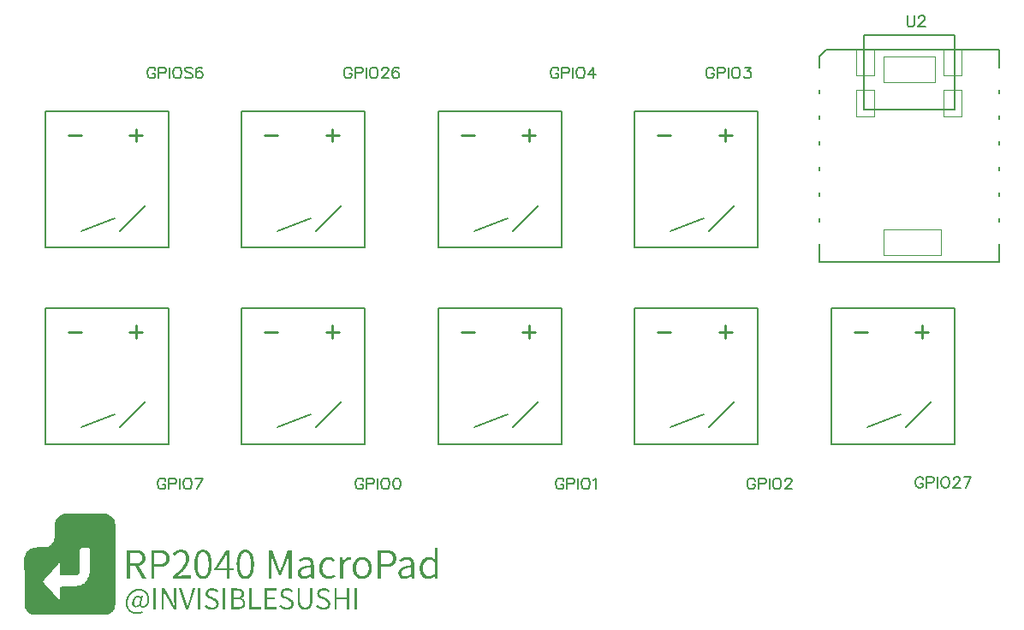
<source format=gto>
G04 Layer: TopSilkscreenLayer*
G04 EasyEDA v6.5.34, 2023-09-07 19:38:45*
G04 9ee9bf4eaa3c4749808be0ecbaf77966,1ae14fa7f5aa486887b2aa5280da83c0,10*
G04 Gerber Generator version 0.2*
G04 Scale: 100 percent, Rotated: No, Reflected: No *
G04 Dimensions in millimeters *
G04 leading zeros omitted , absolute positions ,4 integer and 5 decimal *
%FSLAX45Y45*%
%MOMM*%

%ADD10C,0.1524*%
%ADD11C,0.2286*%
%ADD12C,0.1270*%
%ADD13C,0.0660*%
%ADD14C,0.2032*%
%ADD15C,0.0131*%

%LPD*%
G36*
X3470656Y6149136D02*
G01*
X3441293Y6140958D01*
X3436162Y6138976D01*
X3431844Y6136792D01*
X3416655Y6125667D01*
X3409086Y6118606D01*
X3401517Y6110528D01*
X3398316Y6106668D01*
X3395827Y6103162D01*
X3385413Y6084773D01*
X3383229Y6079540D01*
X3381197Y6072632D01*
X3377793Y6058052D01*
X3376269Y6050076D01*
X3375253Y6041694D01*
X3374644Y6030772D01*
X3374085Y5992723D01*
X3373729Y5920994D01*
X3369360Y5892901D01*
X3367582Y5885637D01*
X3364737Y5878931D01*
X3359708Y5869533D01*
X3357168Y5865317D01*
X3354070Y5860745D01*
X3346602Y5851347D01*
X3342589Y5846876D01*
X3338626Y5842863D01*
X3334867Y5839460D01*
X3318662Y5827572D01*
X3313328Y5824880D01*
X3309772Y5823712D01*
X3299307Y5821375D01*
X3281934Y5818378D01*
X3266440Y5818022D01*
X3201314Y5817819D01*
X3186785Y5817514D01*
X3176168Y5816955D01*
X3168396Y5816142D01*
X3162452Y5814974D01*
X3141116Y5808776D01*
X3136188Y5806592D01*
X3131820Y5804001D01*
X3124352Y5797956D01*
X3121609Y5796788D01*
X3118307Y5794298D01*
X3114243Y5790641D01*
X3109772Y5786170D01*
X3105251Y5781243D01*
X3101035Y5776264D01*
X3097530Y5771591D01*
X3088386Y5756503D01*
X3086252Y5751728D01*
X3084322Y5746292D01*
X3075635Y5709361D01*
X3075836Y5485282D01*
X3260090Y5485282D01*
X3266338Y5494121D01*
X3273145Y5502402D01*
X3347262Y5585561D01*
X3399840Y5643930D01*
X3408934Y5653430D01*
X3413556Y5657799D01*
X3416401Y5659678D01*
X3420262Y5660745D01*
X3422192Y5661710D01*
X3423412Y5662980D01*
X3423970Y5663133D01*
X3424478Y5662625D01*
X3424885Y5661253D01*
X3425494Y5655411D01*
X3426155Y5627268D01*
X3426714Y5547918D01*
X3430930Y5542280D01*
X3432251Y5541365D01*
X3434079Y5540603D01*
X3436874Y5539994D01*
X3446373Y5539282D01*
X3463188Y5538927D01*
X3549294Y5538774D01*
X3568700Y5539079D01*
X3582720Y5539790D01*
X3588105Y5540349D01*
X3596284Y5541975D01*
X3599434Y5543092D01*
X3602075Y5544413D01*
X3604463Y5545988D01*
X3608933Y5549950D01*
X3616502Y5557977D01*
X3619601Y5562854D01*
X3621532Y5568696D01*
X3624935Y5588863D01*
X3625189Y5798921D01*
X3627475Y5802579D01*
X3630320Y5806592D01*
X3633266Y5809081D01*
X3636975Y5810554D01*
X3642410Y5811418D01*
X3649014Y5811672D01*
X3683152Y5811723D01*
X3709009Y5811113D01*
X3714394Y5810148D01*
X3718458Y5808624D01*
X3721303Y5806490D01*
X3723030Y5803747D01*
X3723386Y5800598D01*
X3723944Y5783021D01*
X3724249Y5754014D01*
X3724401Y5689244D01*
X3723792Y5619851D01*
X3722928Y5591606D01*
X3720896Y5579770D01*
X3714242Y5536488D01*
X3700830Y5506770D01*
X3698494Y5502605D01*
X3693312Y5495493D01*
X3690213Y5490870D01*
X3683558Y5482691D01*
X3675481Y5473598D01*
X3668471Y5466486D01*
X3660698Y5460136D01*
X3657447Y5457139D01*
X3653332Y5454294D01*
X3638854Y5446522D01*
X3629964Y5441492D01*
X3627678Y5440476D01*
X3624173Y5439410D01*
X3613454Y5437073D01*
X3578301Y5430469D01*
X3572459Y5429707D01*
X3557168Y5428945D01*
X3464763Y5428792D01*
X3447643Y5428335D01*
X3441801Y5427929D01*
X3437483Y5427319D01*
X3434334Y5426506D01*
X3432149Y5425490D01*
X3430676Y5424220D01*
X3428542Y5420817D01*
X3426714Y5417159D01*
X3425951Y5327091D01*
X3425596Y5313883D01*
X3425190Y5307330D01*
X3424936Y5305907D01*
X3423970Y5302961D01*
X3420313Y5305653D01*
X3417112Y5307228D01*
X3413658Y5309971D01*
X3400602Y5321198D01*
X3397859Y5324144D01*
X3393592Y5330088D01*
X3387801Y5336743D01*
X3381756Y5343194D01*
X3376066Y5348122D01*
X3373729Y5350662D01*
X3371240Y5354472D01*
X3360572Y5366715D01*
X3293770Y5440883D01*
X3283965Y5452313D01*
X3278733Y5457088D01*
X3275685Y5461355D01*
X3273298Y5463997D01*
X3272180Y5464860D01*
X3269691Y5467350D01*
X3266744Y5471464D01*
X3263900Y5476443D01*
X3261614Y5481370D01*
X3260090Y5485282D01*
X3075836Y5485282D01*
X3075990Y5255971D01*
X3083356Y5223662D01*
X3085642Y5216194D01*
X3086709Y5213705D01*
X3096463Y5196535D01*
X3100527Y5190794D01*
X3107283Y5183022D01*
X3114700Y5175504D01*
X3120694Y5170474D01*
X3133750Y5161381D01*
X3137052Y5159654D01*
X3141116Y5158232D01*
X3150463Y5155793D01*
X3155746Y5154117D01*
X3161233Y5151526D01*
X3163417Y5150764D01*
X3177336Y5150408D01*
X3256432Y5149748D01*
X3392220Y5149342D01*
X3672992Y5149138D01*
X3864152Y5149850D01*
X3884828Y5150307D01*
X3891432Y5152491D01*
X3896106Y5154269D01*
X3903319Y5156454D01*
X3911244Y5158486D01*
X3914444Y5159502D01*
X3916832Y5160568D01*
X3927195Y5168087D01*
X3933139Y5172100D01*
X3936441Y5174996D01*
X3943858Y5182514D01*
X3951020Y5190947D01*
X3954018Y5194960D01*
X3961790Y5207660D01*
X3965194Y5213654D01*
X3966616Y5217363D01*
X3967784Y5222392D01*
X3969816Y5234228D01*
X3971747Y5243169D01*
X3975201Y5255768D01*
X3975608Y5451348D01*
X3975506Y5962700D01*
X3975303Y6006592D01*
X3974947Y6030010D01*
X3974439Y6042761D01*
X3973728Y6048705D01*
X3971848Y6055156D01*
X3967835Y6075273D01*
X3966413Y6080709D01*
X3964838Y6084824D01*
X3956507Y6099657D01*
X3951579Y6107125D01*
X3944721Y6115405D01*
X3937558Y6122720D01*
X3931716Y6127343D01*
X3927297Y6130086D01*
X3919169Y6136182D01*
X3914546Y6138570D01*
X3907891Y6141059D01*
X3881526Y6148933D01*
G37*
G36*
X4931156Y5415280D02*
G01*
X4924450Y5415026D01*
X4917998Y5414264D01*
X4911852Y5412994D01*
X4906010Y5411317D01*
X4900472Y5409133D01*
X4895240Y5406542D01*
X4890465Y5403596D01*
X4886045Y5400192D01*
X4882032Y5396484D01*
X4878527Y5392369D01*
X4875479Y5387949D01*
X4872888Y5383225D01*
X4870856Y5378246D01*
X4869383Y5372963D01*
X4868468Y5367426D01*
X4868164Y5361686D01*
X4868621Y5354574D01*
X4869942Y5348071D01*
X4871974Y5342178D01*
X4874717Y5336844D01*
X4878070Y5332018D01*
X4881829Y5327700D01*
X4886045Y5323789D01*
X4890566Y5320334D01*
X4895291Y5317236D01*
X4900117Y5314442D01*
X4909820Y5309870D01*
X4946396Y5293461D01*
X4953000Y5290210D01*
X4958994Y5286756D01*
X4964125Y5282844D01*
X4968392Y5278272D01*
X4971592Y5272938D01*
X4973624Y5266588D01*
X4974336Y5259070D01*
X4973980Y5253939D01*
X4972964Y5249113D01*
X4971237Y5244642D01*
X4968900Y5240528D01*
X4965903Y5236819D01*
X4962347Y5233517D01*
X4958181Y5230622D01*
X4953457Y5228234D01*
X4948174Y5226304D01*
X4942433Y5224932D01*
X4936134Y5224068D01*
X4929378Y5223764D01*
X4923942Y5223967D01*
X4918557Y5224576D01*
X4913325Y5225592D01*
X4908092Y5226964D01*
X4903063Y5228742D01*
X4898085Y5230825D01*
X4893310Y5233212D01*
X4888687Y5235956D01*
X4884216Y5239004D01*
X4879898Y5242306D01*
X4875834Y5245862D01*
X4871974Y5249672D01*
X4858004Y5233924D01*
X4862525Y5229352D01*
X4867351Y5225135D01*
X4872380Y5221224D01*
X4877765Y5217668D01*
X4883353Y5214467D01*
X4889195Y5211622D01*
X4895291Y5209184D01*
X4901590Y5207152D01*
X4908143Y5205577D01*
X4914950Y5204409D01*
X4921910Y5203698D01*
X4929124Y5203444D01*
X4936845Y5203748D01*
X4944160Y5204612D01*
X4951120Y5205984D01*
X4957622Y5207863D01*
X4963718Y5210251D01*
X4969357Y5213096D01*
X4974539Y5216347D01*
X4979212Y5220004D01*
X4983429Y5224068D01*
X4987137Y5228437D01*
X4990287Y5233162D01*
X4992928Y5238140D01*
X4995011Y5243423D01*
X4996484Y5248960D01*
X4997399Y5254701D01*
X4997704Y5260594D01*
X4997297Y5267858D01*
X4996180Y5274513D01*
X4994351Y5280558D01*
X4991912Y5286044D01*
X4988864Y5291023D01*
X4985258Y5295544D01*
X4981194Y5299659D01*
X4976672Y5303367D01*
X4971796Y5306771D01*
X4966563Y5309870D01*
X4961026Y5312765D01*
X4955286Y5315458D01*
X4925568Y5327904D01*
X4913731Y5333441D01*
X4907991Y5336692D01*
X4902758Y5340451D01*
X4898237Y5344871D01*
X4894681Y5350103D01*
X4892344Y5356250D01*
X4891532Y5363464D01*
X4892243Y5370372D01*
X4894376Y5376468D01*
X4897831Y5381853D01*
X4902504Y5386324D01*
X4908245Y5389930D01*
X4915001Y5392521D01*
X4922672Y5394147D01*
X4931156Y5394706D01*
X4938268Y5394350D01*
X4945024Y5393334D01*
X4951425Y5391658D01*
X4957470Y5389422D01*
X4963160Y5386578D01*
X4968494Y5383225D01*
X4973574Y5379415D01*
X4978400Y5375148D01*
X4990846Y5389880D01*
X4987188Y5393537D01*
X4983276Y5396941D01*
X4979111Y5400192D01*
X4974640Y5403138D01*
X4969916Y5405831D01*
X4964988Y5408218D01*
X4959858Y5410301D01*
X4954473Y5412028D01*
X4948936Y5413400D01*
X4943144Y5414416D01*
X4937252Y5415076D01*
G37*
G36*
X5671820Y5415280D02*
G01*
X5665114Y5415026D01*
X5658662Y5414264D01*
X5652516Y5412994D01*
X5646674Y5411317D01*
X5641136Y5409133D01*
X5635904Y5406542D01*
X5631129Y5403596D01*
X5626709Y5400192D01*
X5622696Y5396484D01*
X5619191Y5392369D01*
X5616143Y5387949D01*
X5613552Y5383225D01*
X5611520Y5378246D01*
X5610047Y5372963D01*
X5609132Y5367426D01*
X5608828Y5361686D01*
X5609285Y5354574D01*
X5610606Y5348071D01*
X5612638Y5342178D01*
X5615381Y5336844D01*
X5618734Y5332018D01*
X5622493Y5327700D01*
X5626709Y5323789D01*
X5631230Y5320334D01*
X5635955Y5317236D01*
X5640781Y5314442D01*
X5650484Y5309870D01*
X5687060Y5293461D01*
X5693664Y5290210D01*
X5699658Y5286756D01*
X5704789Y5282844D01*
X5709056Y5278272D01*
X5712256Y5272938D01*
X5714288Y5266588D01*
X5715000Y5259070D01*
X5714644Y5253939D01*
X5713628Y5249113D01*
X5711901Y5244642D01*
X5709564Y5240528D01*
X5706567Y5236819D01*
X5703011Y5233517D01*
X5698845Y5230622D01*
X5694121Y5228234D01*
X5688838Y5226304D01*
X5683097Y5224932D01*
X5676798Y5224068D01*
X5670042Y5223764D01*
X5664606Y5223967D01*
X5659221Y5224576D01*
X5653989Y5225592D01*
X5648756Y5226964D01*
X5643727Y5228742D01*
X5638749Y5230825D01*
X5633974Y5233212D01*
X5629351Y5235956D01*
X5624880Y5239004D01*
X5620562Y5242306D01*
X5616498Y5245862D01*
X5612638Y5249672D01*
X5598668Y5233924D01*
X5603240Y5229352D01*
X5608066Y5225135D01*
X5613196Y5221224D01*
X5618530Y5217668D01*
X5624118Y5214467D01*
X5629960Y5211622D01*
X5636006Y5209184D01*
X5642305Y5207152D01*
X5648858Y5205577D01*
X5655614Y5204409D01*
X5662574Y5203698D01*
X5669788Y5203444D01*
X5677509Y5203748D01*
X5684824Y5204612D01*
X5691784Y5205984D01*
X5698286Y5207863D01*
X5704382Y5210251D01*
X5710021Y5213096D01*
X5715203Y5216347D01*
X5719876Y5220004D01*
X5724093Y5224068D01*
X5727801Y5228437D01*
X5730951Y5233162D01*
X5733592Y5238140D01*
X5735675Y5243423D01*
X5737148Y5248960D01*
X5738063Y5254701D01*
X5738368Y5260594D01*
X5737961Y5267858D01*
X5736844Y5274513D01*
X5735015Y5280558D01*
X5732576Y5286044D01*
X5729528Y5291023D01*
X5725922Y5295544D01*
X5721858Y5299659D01*
X5717336Y5303367D01*
X5712460Y5306771D01*
X5707227Y5309870D01*
X5701690Y5312765D01*
X5695950Y5315458D01*
X5666232Y5327904D01*
X5654395Y5333441D01*
X5648655Y5336692D01*
X5643422Y5340451D01*
X5638901Y5344871D01*
X5635345Y5350103D01*
X5633008Y5356250D01*
X5632196Y5363464D01*
X5632907Y5370372D01*
X5635040Y5376468D01*
X5638495Y5381853D01*
X5643168Y5386324D01*
X5648909Y5389930D01*
X5655665Y5392521D01*
X5663336Y5394147D01*
X5671820Y5394706D01*
X5678932Y5394350D01*
X5685688Y5393334D01*
X5692089Y5391658D01*
X5698083Y5389422D01*
X5703824Y5386578D01*
X5709158Y5383225D01*
X5714238Y5379415D01*
X5719064Y5375148D01*
X5731510Y5389880D01*
X5727852Y5393537D01*
X5723940Y5396941D01*
X5719775Y5400192D01*
X5715304Y5403138D01*
X5710580Y5405831D01*
X5705652Y5408218D01*
X5700522Y5410301D01*
X5695137Y5412028D01*
X5689600Y5413400D01*
X5683808Y5414416D01*
X5677916Y5415076D01*
G37*
G36*
X6034278Y5415280D02*
G01*
X6027572Y5415026D01*
X6021120Y5414264D01*
X6014974Y5412994D01*
X6009132Y5411317D01*
X6003594Y5409133D01*
X5998362Y5406542D01*
X5993587Y5403596D01*
X5989167Y5400192D01*
X5985154Y5396484D01*
X5981649Y5392369D01*
X5978601Y5387949D01*
X5976010Y5383225D01*
X5973978Y5378246D01*
X5972505Y5372963D01*
X5971590Y5367426D01*
X5971286Y5361686D01*
X5971743Y5354574D01*
X5973064Y5348071D01*
X5975096Y5342178D01*
X5977839Y5336844D01*
X5981141Y5332018D01*
X5984951Y5327700D01*
X5989116Y5323789D01*
X5993587Y5320334D01*
X5998311Y5317236D01*
X6003086Y5314442D01*
X6012688Y5309870D01*
X6049518Y5293461D01*
X6056122Y5290210D01*
X6062116Y5286756D01*
X6067247Y5282844D01*
X6071514Y5278272D01*
X6074714Y5272938D01*
X6076746Y5266588D01*
X6077458Y5259070D01*
X6077102Y5253939D01*
X6076035Y5249113D01*
X6074308Y5244642D01*
X6071920Y5240528D01*
X6068923Y5236819D01*
X6065316Y5233517D01*
X6061151Y5230622D01*
X6056376Y5228234D01*
X6051092Y5226304D01*
X6045301Y5224932D01*
X6039002Y5224068D01*
X6032246Y5223764D01*
X6026861Y5223967D01*
X6021527Y5224576D01*
X6016294Y5225592D01*
X6011113Y5226964D01*
X6006033Y5228742D01*
X6001105Y5230825D01*
X5996279Y5233212D01*
X5991656Y5235956D01*
X5987186Y5239004D01*
X5982970Y5242306D01*
X5978906Y5245862D01*
X5975096Y5249672D01*
X5961126Y5233924D01*
X5965647Y5229352D01*
X5970473Y5225135D01*
X5975502Y5221224D01*
X5980836Y5217668D01*
X5986424Y5214467D01*
X5992266Y5211622D01*
X5998362Y5209184D01*
X6004661Y5207152D01*
X6011164Y5205577D01*
X6017920Y5204409D01*
X6024829Y5203698D01*
X6031992Y5203444D01*
X6039713Y5203748D01*
X6047079Y5204612D01*
X6053988Y5205984D01*
X6060541Y5207863D01*
X6066637Y5210251D01*
X6072276Y5213096D01*
X6077508Y5216347D01*
X6082233Y5220004D01*
X6086449Y5224068D01*
X6090158Y5228437D01*
X6093358Y5233162D01*
X6096000Y5238140D01*
X6098082Y5243423D01*
X6099606Y5248960D01*
X6100521Y5254701D01*
X6100826Y5260594D01*
X6100419Y5267858D01*
X6099302Y5274513D01*
X6097473Y5280558D01*
X6095034Y5286044D01*
X6091986Y5291023D01*
X6088380Y5295544D01*
X6084316Y5299659D01*
X6079794Y5303367D01*
X6074918Y5306771D01*
X6069685Y5309870D01*
X6064148Y5312765D01*
X6058408Y5315458D01*
X6028690Y5327904D01*
X6016853Y5333441D01*
X6011113Y5336692D01*
X6005880Y5340451D01*
X6001359Y5344871D01*
X5997803Y5350103D01*
X5995466Y5356250D01*
X5994654Y5363464D01*
X5995365Y5370372D01*
X5997498Y5376468D01*
X6000953Y5381853D01*
X6005626Y5386324D01*
X6011367Y5389930D01*
X6018123Y5392521D01*
X6025794Y5394147D01*
X6034278Y5394706D01*
X6041390Y5394350D01*
X6048146Y5393334D01*
X6054547Y5391658D01*
X6060541Y5389422D01*
X6066282Y5386578D01*
X6071616Y5383225D01*
X6076696Y5379415D01*
X6081522Y5375148D01*
X6093714Y5389880D01*
X6090056Y5393537D01*
X6086195Y5396941D01*
X6081979Y5400192D01*
X6077559Y5403138D01*
X6072886Y5405831D01*
X6068009Y5408218D01*
X6062878Y5410301D01*
X6057544Y5412028D01*
X6052007Y5413400D01*
X6046266Y5414416D01*
X6040374Y5415076D01*
G37*
G36*
X4353814Y5411470D02*
G01*
X4353814Y5207000D01*
X4376928Y5207000D01*
X4376928Y5411470D01*
G37*
G36*
X4433824Y5411470D02*
G01*
X4433824Y5207000D01*
X4455668Y5207000D01*
X4455617Y5326989D01*
X4455109Y5342737D01*
X4452874Y5381244D01*
X4454398Y5381244D01*
X4476750Y5339334D01*
X4553458Y5207000D01*
X4577588Y5207000D01*
X4577588Y5411470D01*
X4555490Y5411470D01*
X4555540Y5295696D01*
X4555744Y5284978D01*
X4557420Y5252770D01*
X4558538Y5237226D01*
X4557014Y5237226D01*
X4535170Y5279136D01*
X4457700Y5411470D01*
G37*
G36*
X4606544Y5411470D02*
G01*
X4672330Y5207000D01*
X4698746Y5207000D01*
X4764278Y5411470D01*
X4740656Y5411470D01*
X4701590Y5281218D01*
X4693615Y5253837D01*
X4686554Y5231130D01*
X4685284Y5231130D01*
X4678324Y5253837D01*
X4668723Y5286857D01*
X4630928Y5411470D01*
G37*
G36*
X4792980Y5411470D02*
G01*
X4792980Y5207000D01*
X4816094Y5207000D01*
X4816094Y5411470D01*
G37*
G36*
X5038598Y5411470D02*
G01*
X5038598Y5207000D01*
X5061712Y5207000D01*
X5061712Y5411470D01*
G37*
G36*
X5118862Y5411470D02*
G01*
X5118862Y5393182D01*
X5174742Y5393182D01*
X5182666Y5392978D01*
X5189931Y5392369D01*
X5196484Y5391302D01*
X5202377Y5389829D01*
X5207609Y5387848D01*
X5212130Y5385358D01*
X5215991Y5382310D01*
X5219141Y5378754D01*
X5221579Y5374640D01*
X5223357Y5369915D01*
X5224424Y5364581D01*
X5224780Y5358638D01*
X5224475Y5353456D01*
X5223510Y5348630D01*
X5221884Y5344210D01*
X5219598Y5340146D01*
X5216550Y5336489D01*
X5212791Y5333238D01*
X5208270Y5330444D01*
X5202936Y5328107D01*
X5196789Y5326278D01*
X5189829Y5324957D01*
X5181955Y5324094D01*
X5173218Y5323840D01*
X5141976Y5323840D01*
X5141976Y5393182D01*
X5118862Y5393182D01*
X5118862Y5305806D01*
X5178806Y5305806D01*
X5187746Y5305552D01*
X5196027Y5304790D01*
X5203596Y5303520D01*
X5210454Y5301742D01*
X5216550Y5299405D01*
X5221935Y5296560D01*
X5226507Y5293156D01*
X5230317Y5289194D01*
X5233314Y5284673D01*
X5235498Y5279593D01*
X5236768Y5273954D01*
X5237226Y5267706D01*
X5236972Y5262422D01*
X5236210Y5257495D01*
X5234940Y5252974D01*
X5233212Y5248808D01*
X5230977Y5244998D01*
X5228336Y5241544D01*
X5225186Y5238445D01*
X5221630Y5235651D01*
X5217668Y5233263D01*
X5213248Y5231180D01*
X5208473Y5229453D01*
X5203240Y5228031D01*
X5197703Y5226913D01*
X5191760Y5226151D01*
X5185460Y5225694D01*
X5178806Y5225542D01*
X5141976Y5225542D01*
X5141976Y5305806D01*
X5118862Y5305806D01*
X5118862Y5207000D01*
X5182362Y5207000D01*
X5189169Y5207152D01*
X5195722Y5207609D01*
X5202021Y5208320D01*
X5208066Y5209387D01*
X5213858Y5210708D01*
X5219395Y5212334D01*
X5224576Y5214315D01*
X5229504Y5216550D01*
X5234076Y5219039D01*
X5238343Y5221884D01*
X5242255Y5225034D01*
X5245811Y5228437D01*
X5249011Y5232196D01*
X5251805Y5236210D01*
X5254193Y5240528D01*
X5256174Y5245150D01*
X5257749Y5250078D01*
X5258917Y5255310D01*
X5259578Y5260848D01*
X5259832Y5266690D01*
X5259476Y5273446D01*
X5258460Y5279694D01*
X5256733Y5285486D01*
X5254447Y5290820D01*
X5251500Y5295646D01*
X5248046Y5300014D01*
X5244084Y5303875D01*
X5239562Y5307279D01*
X5234635Y5310174D01*
X5229301Y5312562D01*
X5223510Y5314492D01*
X5217414Y5315966D01*
X5217414Y5316982D01*
X5224322Y5319979D01*
X5230418Y5323840D01*
X5235651Y5328615D01*
X5239969Y5334050D01*
X5243423Y5340197D01*
X5245862Y5346852D01*
X5247386Y5353964D01*
X5247894Y5361432D01*
X5247589Y5367832D01*
X5246624Y5373776D01*
X5244998Y5379262D01*
X5242814Y5384241D01*
X5240070Y5388813D01*
X5236768Y5392877D01*
X5232958Y5396534D01*
X5228590Y5399786D01*
X5223764Y5402580D01*
X5218430Y5405018D01*
X5212689Y5407050D01*
X5206542Y5408676D01*
X5199938Y5409895D01*
X5193030Y5410758D01*
X5185714Y5411317D01*
X5178044Y5411470D01*
G37*
G36*
X5300980Y5411470D02*
G01*
X5300980Y5207000D01*
X5414518Y5207000D01*
X5414518Y5226558D01*
X5324094Y5226558D01*
X5324094Y5411470D01*
G37*
G36*
X5450586Y5411470D02*
G01*
X5450586Y5207000D01*
X5570220Y5207000D01*
X5570220Y5226558D01*
X5473954Y5226558D01*
X5473954Y5305044D01*
X5552440Y5305044D01*
X5552440Y5324602D01*
X5473954Y5324602D01*
X5473954Y5391912D01*
X5567172Y5391912D01*
X5567172Y5411470D01*
G37*
G36*
X5778500Y5411470D02*
G01*
X5778500Y5290058D01*
X5778652Y5282133D01*
X5779160Y5274665D01*
X5779973Y5267604D01*
X5781040Y5261000D01*
X5782462Y5254752D01*
X5784138Y5248960D01*
X5786069Y5243576D01*
X5788304Y5238597D01*
X5790742Y5233974D01*
X5793435Y5229707D01*
X5796381Y5225796D01*
X5799531Y5222290D01*
X5802884Y5219090D01*
X5806440Y5216194D01*
X5810199Y5213654D01*
X5814110Y5211368D01*
X5818174Y5209438D01*
X5822442Y5207812D01*
X5826810Y5206441D01*
X5831382Y5205323D01*
X5840780Y5203901D01*
X5845657Y5203545D01*
X5855614Y5203545D01*
X5860542Y5203901D01*
X5870041Y5205323D01*
X5874562Y5206441D01*
X5878982Y5207812D01*
X5883249Y5209438D01*
X5887364Y5211368D01*
X5891276Y5213654D01*
X5895035Y5216194D01*
X5898591Y5219090D01*
X5901994Y5222290D01*
X5905144Y5225796D01*
X5908090Y5229707D01*
X5910783Y5233974D01*
X5913221Y5238597D01*
X5915456Y5243576D01*
X5917387Y5248960D01*
X5919063Y5254752D01*
X5920486Y5261000D01*
X5921552Y5267604D01*
X5922365Y5274665D01*
X5922873Y5282133D01*
X5923026Y5290058D01*
X5923026Y5411470D01*
X5900928Y5411470D01*
X5900928Y5289804D01*
X5900674Y5280761D01*
X5899912Y5272532D01*
X5898642Y5265013D01*
X5896965Y5258257D01*
X5894832Y5252212D01*
X5892292Y5246827D01*
X5889396Y5242052D01*
X5886145Y5237937D01*
X5882589Y5234381D01*
X5878728Y5231384D01*
X5874562Y5228945D01*
X5870194Y5227015D01*
X5865571Y5225542D01*
X5860745Y5224526D01*
X5855766Y5223967D01*
X5850636Y5223764D01*
X5845657Y5223967D01*
X5840780Y5224526D01*
X5836107Y5225542D01*
X5831636Y5227015D01*
X5827318Y5228945D01*
X5823305Y5231384D01*
X5819495Y5234381D01*
X5816041Y5237937D01*
X5812840Y5242052D01*
X5810046Y5246827D01*
X5807557Y5252212D01*
X5805474Y5258257D01*
X5803849Y5265013D01*
X5802630Y5272532D01*
X5801868Y5280761D01*
X5801614Y5289804D01*
X5801614Y5411470D01*
G37*
G36*
X6141720Y5411470D02*
G01*
X6141720Y5207000D01*
X6164834Y5207000D01*
X6164834Y5304790D01*
X6263386Y5304790D01*
X6263386Y5207000D01*
X6286500Y5207000D01*
X6286500Y5411470D01*
X6263386Y5411470D01*
X6263386Y5324856D01*
X6164834Y5324856D01*
X6164834Y5411470D01*
G37*
G36*
X6343396Y5411470D02*
G01*
X6343396Y5207000D01*
X6366510Y5207000D01*
X6366510Y5411470D01*
G37*
G36*
X4208272Y5407406D02*
G01*
X4202582Y5407304D01*
X4191355Y5406288D01*
X4185818Y5405424D01*
X4174947Y5402986D01*
X4164380Y5399633D01*
X4154220Y5395366D01*
X4149293Y5392928D01*
X4139793Y5387340D01*
X4135221Y5384292D01*
X4126433Y5377484D01*
X4118305Y5369864D01*
X4114444Y5365800D01*
X4107281Y5357063D01*
X4103928Y5352440D01*
X4100779Y5347614D01*
X4095089Y5337454D01*
X4090162Y5326634D01*
X4086148Y5315153D01*
X4083100Y5303012D01*
X4081881Y5296763D01*
X4080967Y5290362D01*
X4080306Y5283758D01*
X4079900Y5277104D01*
X4079748Y5270246D01*
X4079900Y5263642D01*
X4080306Y5257190D01*
X4080967Y5250942D01*
X4083100Y5239054D01*
X4086250Y5227980D01*
X4090314Y5217668D01*
X4095292Y5208168D01*
X4101084Y5199481D01*
X4107687Y5191607D01*
X4111244Y5188000D01*
X4118914Y5181396D01*
X4127296Y5175656D01*
X4131665Y5173116D01*
X4140911Y5168646D01*
X4145737Y5166715D01*
X4155795Y5163566D01*
X4166311Y5161330D01*
X4171696Y5160518D01*
X4182770Y5159603D01*
X4188460Y5159502D01*
X4196384Y5159756D01*
X4204106Y5160518D01*
X4211675Y5161737D01*
X4219041Y5163515D01*
X4226356Y5165750D01*
X4233468Y5168493D01*
X4240479Y5171744D01*
X4247388Y5175504D01*
X4240784Y5189474D01*
X4235297Y5186476D01*
X4229557Y5183733D01*
X4223562Y5181295D01*
X4217263Y5179212D01*
X4210812Y5177536D01*
X4204055Y5176316D01*
X4197146Y5175504D01*
X4189984Y5175250D01*
X4178706Y5175758D01*
X4167936Y5177383D01*
X4162755Y5178552D01*
X4157726Y5179974D01*
X4152849Y5181650D01*
X4143552Y5185816D01*
X4139133Y5188254D01*
X4134916Y5190896D01*
X4127042Y5196992D01*
X4123385Y5200345D01*
X4116730Y5207812D01*
X4110939Y5216194D01*
X4108399Y5220716D01*
X4106062Y5225491D01*
X4104030Y5230418D01*
X4102201Y5235600D01*
X4100626Y5240985D01*
X4099356Y5246573D01*
X4098340Y5252415D01*
X4097629Y5258409D01*
X4097172Y5264607D01*
X4097020Y5271008D01*
X4097172Y5277815D01*
X4097629Y5284419D01*
X4098391Y5290870D01*
X4099458Y5297170D01*
X4100779Y5303316D01*
X4102354Y5309311D01*
X4104182Y5315102D01*
X4106316Y5320741D01*
X4108653Y5326176D01*
X4111193Y5331409D01*
X4113987Y5336489D01*
X4120184Y5345988D01*
X4127144Y5354726D01*
X4134815Y5362600D01*
X4143095Y5369610D01*
X4151884Y5375706D01*
X4161129Y5380888D01*
X4170781Y5385054D01*
X4180738Y5388254D01*
X4185818Y5389473D01*
X4190949Y5390438D01*
X4196080Y5391099D01*
X4201261Y5391505D01*
X4206494Y5391658D01*
X4213352Y5391454D01*
X4219956Y5390896D01*
X4226255Y5389981D01*
X4232300Y5388711D01*
X4238040Y5387136D01*
X4243578Y5385206D01*
X4248759Y5382920D01*
X4253738Y5380329D01*
X4258360Y5377484D01*
X4262729Y5374284D01*
X4266844Y5370830D01*
X4270654Y5367121D01*
X4274159Y5363108D01*
X4277360Y5358841D01*
X4280255Y5354370D01*
X4282897Y5349646D01*
X4285183Y5344668D01*
X4287215Y5339486D01*
X4288942Y5334101D01*
X4290314Y5328462D01*
X4291431Y5322671D01*
X4292244Y5316728D01*
X4292701Y5310581D01*
X4292854Y5304282D01*
X4292600Y5296712D01*
X4291838Y5289600D01*
X4290618Y5282844D01*
X4288993Y5276596D01*
X4286961Y5270754D01*
X4284573Y5265369D01*
X4281932Y5260441D01*
X4278985Y5255971D01*
X4275836Y5252008D01*
X4272432Y5248554D01*
X4268927Y5245608D01*
X4265320Y5243169D01*
X4261612Y5241239D01*
X4257852Y5239867D01*
X4254144Y5239054D01*
X4250436Y5238750D01*
X4244340Y5239308D01*
X4239310Y5241036D01*
X4235399Y5243982D01*
X4232605Y5248046D01*
X4230979Y5253329D01*
X4230471Y5259882D01*
X4231132Y5267604D01*
X4245102Y5337810D01*
X4229354Y5337810D01*
X4226306Y5325110D01*
X4225798Y5325110D01*
X4220921Y5331866D01*
X4215028Y5336641D01*
X4208272Y5339435D01*
X4200652Y5340350D01*
X4195267Y5340045D01*
X4190085Y5339232D01*
X4185158Y5337860D01*
X4180433Y5336032D01*
X4175912Y5333746D01*
X4171696Y5331002D01*
X4167682Y5327954D01*
X4163923Y5324500D01*
X4160418Y5320741D01*
X4157218Y5316728D01*
X4154271Y5312460D01*
X4151579Y5307990D01*
X4149242Y5303316D01*
X4147159Y5298541D01*
X4145381Y5293614D01*
X4143908Y5288635D01*
X4142740Y5283657D01*
X4141876Y5278628D01*
X4141368Y5273649D01*
X4141263Y5270246D01*
X4159504Y5270246D01*
X4159808Y5276342D01*
X4160774Y5282539D01*
X4162348Y5288737D01*
X4164533Y5294833D01*
X4167225Y5300675D01*
X4170527Y5306110D01*
X4174337Y5311089D01*
X4178604Y5315458D01*
X4183379Y5319014D01*
X4188612Y5321757D01*
X4194301Y5323484D01*
X4200398Y5324094D01*
X4206544Y5323433D01*
X4211878Y5321147D01*
X4216654Y5317032D01*
X4221226Y5310632D01*
X4212336Y5260086D01*
X4204208Y5251450D01*
X4196537Y5245506D01*
X4189222Y5242102D01*
X4182110Y5241036D01*
X4177487Y5241442D01*
X4173220Y5242610D01*
X4169359Y5244744D01*
X4166057Y5247741D01*
X4163314Y5251754D01*
X4161231Y5256784D01*
X4159961Y5262930D01*
X4159504Y5270246D01*
X4141263Y5270246D01*
X4141520Y5261914D01*
X4142486Y5255666D01*
X4144060Y5249976D01*
X4146143Y5244795D01*
X4148734Y5240223D01*
X4151833Y5236159D01*
X4155338Y5232755D01*
X4159250Y5229910D01*
X4163517Y5227675D01*
X4168089Y5226100D01*
X4172965Y5225084D01*
X4178046Y5224780D01*
X4183278Y5225237D01*
X4188409Y5226507D01*
X4193489Y5228539D01*
X4198416Y5231180D01*
X4203141Y5234381D01*
X4207662Y5238089D01*
X4211929Y5242102D01*
X4215892Y5246370D01*
X4216654Y5246370D01*
X4217822Y5240782D01*
X4219956Y5235956D01*
X4223004Y5231942D01*
X4226814Y5228691D01*
X4231335Y5226151D01*
X4236516Y5224424D01*
X4242206Y5223357D01*
X4248404Y5223002D01*
X4252569Y5223205D01*
X4256836Y5223865D01*
X4261104Y5224881D01*
X4265371Y5226354D01*
X4269587Y5228234D01*
X4273804Y5230571D01*
X4277868Y5233263D01*
X4281830Y5236362D01*
X4285640Y5239918D01*
X4289247Y5243830D01*
X4292701Y5248148D01*
X4295902Y5252923D01*
X4298797Y5258054D01*
X4301439Y5263591D01*
X4303725Y5269484D01*
X4305706Y5275834D01*
X4307230Y5282539D01*
X4308398Y5289651D01*
X4309110Y5297170D01*
X4309364Y5305044D01*
X4309211Y5311495D01*
X4308754Y5317794D01*
X4308043Y5323941D01*
X4307027Y5329885D01*
X4305757Y5335727D01*
X4304182Y5341315D01*
X4302302Y5346750D01*
X4300220Y5351983D01*
X4297832Y5357063D01*
X4295190Y5361889D01*
X4292295Y5366512D01*
X4289145Y5370931D01*
X4285792Y5375097D01*
X4282135Y5379110D01*
X4278274Y5382818D01*
X4274210Y5386324D01*
X4269841Y5389575D01*
X4265320Y5392572D01*
X4260545Y5395315D01*
X4250334Y5399989D01*
X4244898Y5401919D01*
X4239310Y5403545D01*
X4233468Y5404916D01*
X4227474Y5405983D01*
X4221226Y5406796D01*
X4214825Y5407253D01*
G37*
G36*
X7132574Y5815076D02*
G01*
X7132574Y5734304D01*
X7134098Y5698490D01*
X7124903Y5705602D01*
X7115809Y5711596D01*
X7111238Y5714136D01*
X7106615Y5716371D01*
X7101840Y5718352D01*
X7096912Y5719927D01*
X7091781Y5721197D01*
X7086447Y5722112D01*
X7080859Y5722670D01*
X7074916Y5722874D01*
X7069886Y5722721D01*
X7059930Y5721451D01*
X7055103Y5720334D01*
X7050328Y5718962D01*
X7045604Y5717286D01*
X7041032Y5715304D01*
X7036511Y5713018D01*
X7032142Y5710478D01*
X7027925Y5707634D01*
X7023811Y5704535D01*
X7019899Y5701182D01*
X7016089Y5697524D01*
X7012482Y5693613D01*
X7009079Y5689498D01*
X7005828Y5685078D01*
X7002780Y5680456D01*
X6999935Y5675579D01*
X6997344Y5670448D01*
X6994956Y5665114D01*
X6992823Y5659526D01*
X6990943Y5653735D01*
X6989318Y5647740D01*
X6987997Y5641543D01*
X6986930Y5635142D01*
X6986117Y5628487D01*
X6985660Y5621680D01*
X6985508Y5614670D01*
X7017766Y5614670D01*
X7017969Y5621782D01*
X7018578Y5628640D01*
X7019544Y5635244D01*
X7020864Y5641644D01*
X7022541Y5647740D01*
X7024573Y5653582D01*
X7026909Y5659069D01*
X7029551Y5664301D01*
X7032498Y5669178D01*
X7035749Y5673699D01*
X7039203Y5677865D01*
X7042962Y5681675D01*
X7046925Y5685078D01*
X7051090Y5688076D01*
X7055459Y5690666D01*
X7060082Y5692800D01*
X7064806Y5694476D01*
X7069734Y5695696D01*
X7074814Y5696458D01*
X7079996Y5696712D01*
X7086600Y5696407D01*
X7093051Y5695442D01*
X7099503Y5693765D01*
X7105903Y5691327D01*
X7112355Y5688177D01*
X7118908Y5684164D01*
X7125665Y5679338D01*
X7132574Y5673598D01*
X7132574Y5562346D01*
X7123480Y5553456D01*
X7118959Y5549646D01*
X7114438Y5546191D01*
X7109866Y5543143D01*
X7105345Y5540502D01*
X7100722Y5538266D01*
X7096099Y5536438D01*
X7091425Y5534964D01*
X7086701Y5533948D01*
X7081875Y5533339D01*
X7076948Y5533136D01*
X7071410Y5533390D01*
X7066076Y5534050D01*
X7061047Y5535168D01*
X7056272Y5536742D01*
X7051751Y5538724D01*
X7047484Y5541162D01*
X7043470Y5543956D01*
X7039762Y5547207D01*
X7036308Y5550814D01*
X7033158Y5554878D01*
X7030262Y5559247D01*
X7027722Y5564022D01*
X7025386Y5569153D01*
X7023404Y5574639D01*
X7021677Y5580481D01*
X7020306Y5586679D01*
X7019188Y5593181D01*
X7018426Y5600039D01*
X7017918Y5607202D01*
X7017766Y5614670D01*
X6985508Y5614670D01*
X6985609Y5607405D01*
X6986625Y5593588D01*
X6987489Y5587034D01*
X6989927Y5574588D01*
X6991502Y5568746D01*
X6993280Y5563158D01*
X6995261Y5557824D01*
X6997496Y5552694D01*
X6999935Y5547868D01*
X7002576Y5543296D01*
X7005421Y5538978D01*
X7008520Y5534863D01*
X7011771Y5531053D01*
X7015175Y5527548D01*
X7018832Y5524246D01*
X7022642Y5521248D01*
X7026656Y5518556D01*
X7030872Y5516067D01*
X7035241Y5513882D01*
X7039762Y5512003D01*
X7044486Y5510428D01*
X7049312Y5509107D01*
X7054342Y5508040D01*
X7059523Y5507329D01*
X7064857Y5506872D01*
X7070344Y5506720D01*
X7076541Y5506974D01*
X7082637Y5507786D01*
X7088581Y5509056D01*
X7094372Y5510834D01*
X7100011Y5512968D01*
X7105446Y5515508D01*
X7110730Y5518353D01*
X7115809Y5521502D01*
X7125411Y5528614D01*
X7134098Y5536438D01*
X7135114Y5536438D01*
X7137908Y5511800D01*
X7163308Y5511800D01*
X7163308Y5815076D01*
G37*
G36*
X4625086Y5795772D02*
G01*
X4618736Y5795568D01*
X4612589Y5795010D01*
X4606696Y5794095D01*
X4601006Y5792825D01*
X4595469Y5791200D01*
X4590186Y5789269D01*
X4585004Y5787034D01*
X4579975Y5784443D01*
X4575149Y5781649D01*
X4570425Y5778550D01*
X4561281Y5771540D01*
X4556861Y5767730D01*
X4548276Y5759348D01*
X4544060Y5754878D01*
X4562094Y5737352D01*
X4570425Y5746242D01*
X4574895Y5750356D01*
X4579467Y5754166D01*
X4584242Y5757672D01*
X4589119Y5760821D01*
X4594199Y5763564D01*
X4599381Y5765952D01*
X4604766Y5767832D01*
X4610201Y5769203D01*
X4615789Y5770067D01*
X4621530Y5770372D01*
X4628134Y5770067D01*
X4634230Y5769254D01*
X4639919Y5767882D01*
X4645152Y5766003D01*
X4649927Y5763666D01*
X4654296Y5760872D01*
X4658207Y5757621D01*
X4661712Y5753963D01*
X4664760Y5749899D01*
X4667402Y5745530D01*
X4669637Y5740806D01*
X4671415Y5735777D01*
X4672838Y5730443D01*
X4673803Y5724855D01*
X4674412Y5719013D01*
X4674616Y5712968D01*
X4674260Y5704789D01*
X4673142Y5696508D01*
X4671263Y5688025D01*
X4668621Y5679338D01*
X4665218Y5670499D01*
X4661052Y5661406D01*
X4656074Y5652109D01*
X4650282Y5642559D01*
X4643678Y5632754D01*
X4636211Y5622645D01*
X4627981Y5612282D01*
X4618837Y5601665D01*
X4608880Y5590692D01*
X4598060Y5579364D01*
X4586325Y5567730D01*
X4573727Y5555742D01*
X4560265Y5543346D01*
X4545838Y5530596D01*
X4545838Y5511800D01*
X4718558Y5511800D01*
X4718558Y5538470D01*
X4632909Y5538419D01*
X4621631Y5538165D01*
X4598416Y5536742D01*
X4592828Y5536184D01*
X4614621Y5557266D01*
X4624781Y5567680D01*
X4634433Y5577941D01*
X4643577Y5588101D01*
X4652213Y5598210D01*
X4660239Y5608218D01*
X4667656Y5618124D01*
X4674463Y5627979D01*
X4680712Y5637733D01*
X4686249Y5647486D01*
X4691126Y5657138D01*
X4695291Y5666740D01*
X4698796Y5676290D01*
X4701489Y5685840D01*
X4702606Y5690565D01*
X4704181Y5700064D01*
X4704994Y5709513D01*
X4704943Y5720283D01*
X4704486Y5726176D01*
X4703673Y5731865D01*
X4702606Y5737402D01*
X4701235Y5742686D01*
X4699558Y5747766D01*
X4697577Y5752642D01*
X4695342Y5757265D01*
X4692853Y5761685D01*
X4690059Y5765850D01*
X4687011Y5769813D01*
X4683658Y5773470D01*
X4680102Y5776925D01*
X4676241Y5780074D01*
X4672177Y5782970D01*
X4667859Y5785561D01*
X4663287Y5787898D01*
X4658461Y5789980D01*
X4653483Y5791708D01*
X4648200Y5793130D01*
X4642764Y5794298D01*
X4637074Y5795111D01*
X4631182Y5795619D01*
G37*
G36*
X4842510Y5795772D02*
G01*
X4837684Y5795619D01*
X4832908Y5795213D01*
X4828286Y5794552D01*
X4823815Y5793587D01*
X4815179Y5790844D01*
X4811064Y5789015D01*
X4807051Y5786932D01*
X4803190Y5784596D01*
X4799482Y5781954D01*
X4795875Y5779058D01*
X4792421Y5775858D01*
X4789119Y5772404D01*
X4785969Y5768644D01*
X4782972Y5764631D01*
X4780076Y5760313D01*
X4777384Y5755690D01*
X4774844Y5750814D01*
X4770221Y5740196D01*
X4766208Y5728411D01*
X4762906Y5715508D01*
X4760315Y5701436D01*
X4758436Y5686196D01*
X4757318Y5669838D01*
X4756912Y5652262D01*
X4787138Y5652262D01*
X4787239Y5662218D01*
X4788154Y5680760D01*
X4789932Y5697423D01*
X4791151Y5705094D01*
X4792573Y5712358D01*
X4794148Y5719114D01*
X4795926Y5725464D01*
X4800092Y5736844D01*
X4802428Y5741873D01*
X4804968Y5746496D01*
X4807661Y5750712D01*
X4810455Y5754522D01*
X4813503Y5757875D01*
X4816652Y5760821D01*
X4819904Y5763361D01*
X4823358Y5765546D01*
X4826965Y5767273D01*
X4830673Y5768644D01*
X4834483Y5769610D01*
X4838446Y5770168D01*
X4842510Y5770372D01*
X4846574Y5770168D01*
X4850485Y5769610D01*
X4854295Y5768644D01*
X4857953Y5767273D01*
X4861509Y5765546D01*
X4864912Y5763361D01*
X4868164Y5760821D01*
X4871313Y5757875D01*
X4874260Y5754522D01*
X4877104Y5750712D01*
X4879746Y5746496D01*
X4882235Y5741873D01*
X4884572Y5736844D01*
X4886706Y5731357D01*
X4888636Y5725464D01*
X4892040Y5712358D01*
X4893411Y5705094D01*
X4895596Y5689346D01*
X4896916Y5671718D01*
X4897272Y5662218D01*
X4897272Y5642102D01*
X4896358Y5623255D01*
X4895596Y5614517D01*
X4893411Y5598464D01*
X4892040Y5591098D01*
X4890414Y5584190D01*
X4888636Y5577738D01*
X4886706Y5571744D01*
X4884572Y5566156D01*
X4882235Y5561025D01*
X4879746Y5556351D01*
X4877104Y5552084D01*
X4874260Y5548223D01*
X4871313Y5544820D01*
X4868164Y5541822D01*
X4864912Y5539232D01*
X4861509Y5537047D01*
X4857953Y5535269D01*
X4854295Y5533898D01*
X4850485Y5532882D01*
X4846574Y5532323D01*
X4842510Y5532120D01*
X4838446Y5532323D01*
X4834483Y5532882D01*
X4830673Y5533898D01*
X4826965Y5535269D01*
X4823358Y5537047D01*
X4819904Y5539232D01*
X4816652Y5541822D01*
X4813503Y5544820D01*
X4810455Y5548223D01*
X4807661Y5552084D01*
X4804968Y5556351D01*
X4802428Y5561025D01*
X4800092Y5566156D01*
X4795926Y5577738D01*
X4794148Y5584190D01*
X4791151Y5598464D01*
X4789932Y5606237D01*
X4788154Y5623255D01*
X4787239Y5642102D01*
X4787138Y5652262D01*
X4756912Y5652262D01*
X4757318Y5634583D01*
X4758436Y5618073D01*
X4760315Y5602681D01*
X4762906Y5588457D01*
X4766208Y5575401D01*
X4770221Y5563463D01*
X4774844Y5552643D01*
X4780076Y5542991D01*
X4785969Y5534507D01*
X4789119Y5530646D01*
X4795875Y5523839D01*
X4799482Y5520893D01*
X4803190Y5518200D01*
X4807051Y5515762D01*
X4815179Y5511800D01*
X4819446Y5510276D01*
X4823815Y5509006D01*
X4828286Y5507990D01*
X4832908Y5507278D01*
X4837684Y5506872D01*
X4842510Y5506720D01*
X4847336Y5506872D01*
X4852111Y5507278D01*
X4856683Y5507990D01*
X4861204Y5509006D01*
X4865573Y5510276D01*
X4869789Y5511800D01*
X4877866Y5515762D01*
X4881727Y5518200D01*
X4885436Y5520893D01*
X4888992Y5523839D01*
X4892446Y5527141D01*
X4895697Y5530646D01*
X4898847Y5534507D01*
X4901844Y5538622D01*
X4904689Y5542991D01*
X4907381Y5547715D01*
X4912258Y5557926D01*
X4914493Y5563463D01*
X4918405Y5575401D01*
X4920132Y5581802D01*
X4923028Y5595467D01*
X4924247Y5602681D01*
X4926076Y5618073D01*
X4927244Y5634583D01*
X4927600Y5652262D01*
X4927244Y5669788D01*
X4926076Y5686145D01*
X4924247Y5701334D01*
X4921656Y5715406D01*
X4920132Y5722010D01*
X4916525Y5734354D01*
X4914493Y5740095D01*
X4909870Y5750712D01*
X4907381Y5755589D01*
X4904689Y5760212D01*
X4901844Y5764530D01*
X4898847Y5768594D01*
X4895697Y5772353D01*
X4892446Y5775807D01*
X4888992Y5779008D01*
X4885436Y5781903D01*
X4881727Y5784545D01*
X4877866Y5786932D01*
X4873904Y5789015D01*
X4869789Y5790793D01*
X4865573Y5792317D01*
X4861204Y5793587D01*
X4856683Y5794552D01*
X4852111Y5795213D01*
X4847336Y5795619D01*
G37*
G36*
X5260848Y5795772D02*
G01*
X5255971Y5795619D01*
X5251246Y5795213D01*
X5246573Y5794552D01*
X5242052Y5793587D01*
X5233416Y5790844D01*
X5229301Y5789015D01*
X5225288Y5786932D01*
X5221427Y5784596D01*
X5217718Y5781954D01*
X5214112Y5779058D01*
X5210657Y5775858D01*
X5207355Y5772404D01*
X5204206Y5768644D01*
X5201208Y5764631D01*
X5198313Y5760313D01*
X5195620Y5755690D01*
X5193080Y5750814D01*
X5188458Y5740196D01*
X5184495Y5728411D01*
X5182768Y5722112D01*
X5179872Y5708599D01*
X5177637Y5693968D01*
X5176113Y5678170D01*
X5175351Y5661202D01*
X5175250Y5652262D01*
X5205222Y5652262D01*
X5205323Y5662218D01*
X5206238Y5680760D01*
X5207050Y5689346D01*
X5208066Y5697423D01*
X5209286Y5705094D01*
X5210708Y5712358D01*
X5212283Y5719114D01*
X5214112Y5725464D01*
X5216093Y5731357D01*
X5218277Y5736844D01*
X5220665Y5741873D01*
X5223205Y5746496D01*
X5225897Y5750712D01*
X5228742Y5754522D01*
X5231739Y5757875D01*
X5234940Y5760821D01*
X5238242Y5763361D01*
X5241696Y5765546D01*
X5245252Y5767273D01*
X5248960Y5768644D01*
X5252821Y5769610D01*
X5256784Y5770168D01*
X5260848Y5770372D01*
X5264912Y5770168D01*
X5268823Y5769610D01*
X5272633Y5768644D01*
X5276291Y5767273D01*
X5279847Y5765546D01*
X5283250Y5763361D01*
X5286502Y5760821D01*
X5289651Y5757875D01*
X5292598Y5754522D01*
X5295442Y5750712D01*
X5298084Y5746496D01*
X5300573Y5741873D01*
X5302910Y5736844D01*
X5305044Y5731357D01*
X5306974Y5725464D01*
X5310378Y5712358D01*
X5311749Y5705094D01*
X5313934Y5689346D01*
X5315254Y5671718D01*
X5315610Y5662218D01*
X5315610Y5642102D01*
X5314696Y5623255D01*
X5313934Y5614517D01*
X5311749Y5598464D01*
X5310378Y5591098D01*
X5308752Y5584190D01*
X5306974Y5577738D01*
X5305044Y5571744D01*
X5302910Y5566156D01*
X5300573Y5561025D01*
X5298084Y5556351D01*
X5295442Y5552084D01*
X5292598Y5548223D01*
X5289651Y5544820D01*
X5286502Y5541822D01*
X5283250Y5539232D01*
X5279847Y5537047D01*
X5276291Y5535269D01*
X5272633Y5533898D01*
X5268823Y5532882D01*
X5264912Y5532323D01*
X5260848Y5532120D01*
X5256784Y5532323D01*
X5252821Y5532882D01*
X5248960Y5533898D01*
X5245252Y5535269D01*
X5241696Y5537047D01*
X5238242Y5539232D01*
X5234940Y5541822D01*
X5231739Y5544820D01*
X5228742Y5548223D01*
X5225897Y5552084D01*
X5223205Y5556351D01*
X5220665Y5561025D01*
X5218277Y5566156D01*
X5216093Y5571744D01*
X5214112Y5577738D01*
X5212283Y5584190D01*
X5209286Y5598464D01*
X5208066Y5606237D01*
X5206238Y5623255D01*
X5205323Y5642102D01*
X5205222Y5652262D01*
X5175250Y5652262D01*
X5175656Y5634583D01*
X5176774Y5618073D01*
X5178653Y5602681D01*
X5181244Y5588457D01*
X5182768Y5581802D01*
X5184495Y5575401D01*
X5188458Y5563463D01*
X5193080Y5552643D01*
X5198313Y5542991D01*
X5204206Y5534507D01*
X5207355Y5530646D01*
X5214112Y5523839D01*
X5217718Y5520893D01*
X5221427Y5518200D01*
X5225288Y5515762D01*
X5233416Y5511800D01*
X5237683Y5510276D01*
X5242052Y5509006D01*
X5246573Y5507990D01*
X5251246Y5507278D01*
X5255971Y5506872D01*
X5260848Y5506720D01*
X5265674Y5506872D01*
X5270449Y5507278D01*
X5275021Y5507990D01*
X5279542Y5509006D01*
X5283911Y5510276D01*
X5288127Y5511800D01*
X5296204Y5515762D01*
X5300065Y5518200D01*
X5303774Y5520893D01*
X5307330Y5523839D01*
X5310784Y5527141D01*
X5314035Y5530646D01*
X5317185Y5534507D01*
X5320182Y5538622D01*
X5323027Y5542991D01*
X5325719Y5547715D01*
X5330596Y5557926D01*
X5332831Y5563463D01*
X5336743Y5575401D01*
X5338470Y5581802D01*
X5341366Y5595467D01*
X5342585Y5602681D01*
X5344414Y5618073D01*
X5345582Y5634583D01*
X5345938Y5652262D01*
X5345582Y5669788D01*
X5344414Y5686145D01*
X5342585Y5701334D01*
X5339994Y5715406D01*
X5338470Y5722010D01*
X5334863Y5734354D01*
X5332831Y5740095D01*
X5328208Y5750712D01*
X5325719Y5755589D01*
X5323027Y5760212D01*
X5320182Y5764530D01*
X5317185Y5768594D01*
X5314035Y5772353D01*
X5310784Y5775807D01*
X5307330Y5779008D01*
X5303774Y5781903D01*
X5300065Y5784545D01*
X5296204Y5786932D01*
X5292242Y5789015D01*
X5288127Y5790793D01*
X5283911Y5792317D01*
X5279542Y5793587D01*
X5275021Y5794552D01*
X5270449Y5795213D01*
X5265674Y5795619D01*
G37*
G36*
X4090162Y5790692D02*
G01*
X4090162Y5765038D01*
X4170426Y5765038D01*
X4178655Y5764885D01*
X4186428Y5764377D01*
X4193641Y5763514D01*
X4200398Y5762294D01*
X4206646Y5760669D01*
X4212386Y5758688D01*
X4217619Y5756249D01*
X4222292Y5753404D01*
X4226458Y5750102D01*
X4230116Y5746343D01*
X4233164Y5742127D01*
X4235704Y5737402D01*
X4237685Y5732170D01*
X4239107Y5726379D01*
X4239971Y5720080D01*
X4240276Y5713222D01*
X4239971Y5706516D01*
X4239107Y5700217D01*
X4237685Y5694375D01*
X4235704Y5688939D01*
X4233164Y5684012D01*
X4230116Y5679490D01*
X4226458Y5675426D01*
X4222292Y5671769D01*
X4217619Y5668568D01*
X4212386Y5665774D01*
X4206646Y5663438D01*
X4200398Y5661507D01*
X4193641Y5660034D01*
X4186428Y5658967D01*
X4178655Y5658307D01*
X4170426Y5658104D01*
X4121658Y5658104D01*
X4121658Y5765038D01*
X4090162Y5765038D01*
X4090162Y5511800D01*
X4121658Y5511800D01*
X4121658Y5632196D01*
X4173982Y5632196D01*
X4243578Y5511800D01*
X4279138Y5511800D01*
X4207256Y5635244D01*
X4212996Y5636666D01*
X4218584Y5638342D01*
X4223918Y5640273D01*
X4228998Y5642457D01*
X4233875Y5644946D01*
X4238498Y5647639D01*
X4242866Y5650585D01*
X4246930Y5653836D01*
X4250791Y5657342D01*
X4254296Y5661101D01*
X4257548Y5665114D01*
X4260494Y5669381D01*
X4263136Y5673953D01*
X4265422Y5678728D01*
X4267403Y5683808D01*
X4269028Y5689142D01*
X4270349Y5694781D01*
X4271264Y5700674D01*
X4271822Y5706821D01*
X4272026Y5713222D01*
X4271822Y5720181D01*
X4271213Y5726734D01*
X4270197Y5732983D01*
X4268825Y5738825D01*
X4267047Y5744311D01*
X4264964Y5749442D01*
X4262475Y5754217D01*
X4259630Y5758688D01*
X4256481Y5762853D01*
X4253026Y5766663D01*
X4249216Y5770168D01*
X4245102Y5773369D01*
X4240682Y5776315D01*
X4236008Y5778906D01*
X4231030Y5781243D01*
X4225798Y5783326D01*
X4220311Y5785104D01*
X4214571Y5786628D01*
X4208627Y5787898D01*
X4195978Y5789726D01*
X4182516Y5790590D01*
G37*
G36*
X4328922Y5790692D02*
G01*
X4328922Y5765038D01*
X4401820Y5765038D01*
X4416399Y5764631D01*
X4429404Y5763310D01*
X4435398Y5762294D01*
X4440936Y5761075D01*
X4446168Y5759500D01*
X4450943Y5757722D01*
X4455414Y5755589D01*
X4459427Y5753201D01*
X4463135Y5750458D01*
X4466386Y5747410D01*
X4469282Y5744057D01*
X4471822Y5740298D01*
X4473956Y5736234D01*
X4475683Y5731764D01*
X4477054Y5726887D01*
X4478020Y5721654D01*
X4478578Y5716016D01*
X4478782Y5709920D01*
X4478578Y5703874D01*
X4478070Y5698134D01*
X4477105Y5692749D01*
X4475835Y5687720D01*
X4474159Y5683046D01*
X4472127Y5678728D01*
X4469739Y5674715D01*
X4466945Y5671007D01*
X4463745Y5667654D01*
X4460189Y5664555D01*
X4456277Y5661863D01*
X4451959Y5659424D01*
X4447235Y5657291D01*
X4442155Y5655462D01*
X4436668Y5653938D01*
X4430776Y5652668D01*
X4424527Y5651703D01*
X4417872Y5651042D01*
X4410811Y5650636D01*
X4403344Y5650484D01*
X4360672Y5650484D01*
X4360672Y5765038D01*
X4328922Y5765038D01*
X4328922Y5511800D01*
X4360672Y5511800D01*
X4360672Y5624576D01*
X4414469Y5624677D01*
X4420819Y5624982D01*
X4433011Y5626252D01*
X4444492Y5628386D01*
X4449927Y5629757D01*
X4460189Y5633161D01*
X4465015Y5635193D01*
X4474006Y5639917D01*
X4478172Y5642610D01*
X4482134Y5645505D01*
X4485792Y5648655D01*
X4489246Y5652008D01*
X4492498Y5655614D01*
X4495444Y5659374D01*
X4498136Y5663438D01*
X4500575Y5667654D01*
X4502759Y5672175D01*
X4504639Y5676849D01*
X4506264Y5681776D01*
X4507585Y5686958D01*
X4508652Y5692343D01*
X4509414Y5697982D01*
X4509871Y5703824D01*
X4510024Y5709920D01*
X4509871Y5716168D01*
X4509414Y5722162D01*
X4508652Y5727852D01*
X4507585Y5733288D01*
X4506214Y5738418D01*
X4504588Y5743244D01*
X4502658Y5747816D01*
X4500473Y5752134D01*
X4497984Y5756198D01*
X4495241Y5760008D01*
X4492244Y5763564D01*
X4488992Y5766866D01*
X4485487Y5769965D01*
X4481728Y5772810D01*
X4477766Y5775401D01*
X4473498Y5777788D01*
X4464405Y5781903D01*
X4454398Y5785154D01*
X4449064Y5786526D01*
X4437786Y5788609D01*
X4425797Y5789930D01*
X4419498Y5790387D01*
X4406392Y5790692D01*
G37*
G36*
X5072634Y5790692D02*
G01*
X4957096Y5614162D01*
X4987290Y5614162D01*
X5054854Y5714238D01*
X5063388Y5729274D01*
X5076952Y5754370D01*
X5078730Y5754370D01*
X5077206Y5729630D01*
X5076647Y5716524D01*
X5076444Y5705094D01*
X5076444Y5614162D01*
X4957096Y5614162D01*
X4954270Y5609844D01*
X4954270Y5589524D01*
X5076444Y5589524D01*
X5076444Y5511800D01*
X5105908Y5511800D01*
X5105908Y5589524D01*
X5144008Y5589524D01*
X5144008Y5614162D01*
X5105908Y5614162D01*
X5105908Y5790692D01*
G37*
G36*
X5489194Y5790692D02*
G01*
X5489194Y5511800D01*
X5517642Y5511800D01*
X5517591Y5678982D01*
X5517286Y5692140D01*
X5515914Y5720283D01*
X5513832Y5753862D01*
X5515356Y5753862D01*
X5537454Y5690362D01*
X5592318Y5540248D01*
X5614162Y5540248D01*
X5668518Y5690362D01*
X5690616Y5753862D01*
X5692140Y5753862D01*
X5690463Y5727344D01*
X5688990Y5699048D01*
X5688482Y5685434D01*
X5688330Y5672836D01*
X5688330Y5511800D01*
X5717794Y5511800D01*
X5717794Y5790692D01*
X5678932Y5790692D01*
X5624322Y5638292D01*
X5614873Y5608574D01*
X5605018Y5578856D01*
X5602986Y5578856D01*
X5585460Y5630875D01*
X5528056Y5790692D01*
G37*
G36*
X6570725Y5790692D02*
G01*
X6570725Y5765038D01*
X6643624Y5765038D01*
X6658203Y5764631D01*
X6671208Y5763310D01*
X6677202Y5762294D01*
X6682740Y5761075D01*
X6687972Y5759500D01*
X6692747Y5757722D01*
X6697218Y5755589D01*
X6701231Y5753201D01*
X6704939Y5750458D01*
X6708190Y5747410D01*
X6711086Y5744057D01*
X6713626Y5740298D01*
X6715759Y5736234D01*
X6717487Y5731764D01*
X6718858Y5726887D01*
X6719824Y5721654D01*
X6720382Y5716016D01*
X6720586Y5709920D01*
X6720382Y5703874D01*
X6719874Y5698134D01*
X6718909Y5692749D01*
X6717639Y5687720D01*
X6715963Y5683046D01*
X6713931Y5678728D01*
X6711543Y5674715D01*
X6708749Y5671007D01*
X6705549Y5667654D01*
X6701993Y5664555D01*
X6698081Y5661863D01*
X6693763Y5659424D01*
X6689039Y5657291D01*
X6683959Y5655462D01*
X6678472Y5653938D01*
X6672580Y5652668D01*
X6666331Y5651703D01*
X6659676Y5651042D01*
X6652615Y5650636D01*
X6645148Y5650484D01*
X6602475Y5650484D01*
X6602475Y5765038D01*
X6570725Y5765038D01*
X6570725Y5511800D01*
X6602475Y5511800D01*
X6602475Y5624576D01*
X6656273Y5624677D01*
X6662623Y5624982D01*
X6674815Y5626252D01*
X6686296Y5628386D01*
X6691731Y5629757D01*
X6701993Y5633161D01*
X6706819Y5635193D01*
X6715810Y5639917D01*
X6719976Y5642610D01*
X6723938Y5645505D01*
X6727596Y5648655D01*
X6731050Y5652008D01*
X6734302Y5655614D01*
X6737248Y5659374D01*
X6739940Y5663438D01*
X6742379Y5667654D01*
X6744563Y5672175D01*
X6746443Y5676849D01*
X6748068Y5681776D01*
X6749389Y5686958D01*
X6750456Y5692343D01*
X6751218Y5697982D01*
X6751675Y5703824D01*
X6751828Y5709920D01*
X6751675Y5716168D01*
X6751218Y5722162D01*
X6750456Y5727852D01*
X6749389Y5733288D01*
X6748068Y5738418D01*
X6746392Y5743244D01*
X6744512Y5747816D01*
X6742277Y5752134D01*
X6739839Y5756198D01*
X6737096Y5760008D01*
X6734098Y5763564D01*
X6730898Y5766866D01*
X6727393Y5769965D01*
X6723634Y5772810D01*
X6719671Y5775401D01*
X6715404Y5777788D01*
X6706311Y5781903D01*
X6696303Y5785154D01*
X6690969Y5786526D01*
X6679692Y5788609D01*
X6667652Y5789930D01*
X6661353Y5790387D01*
X6648196Y5790692D01*
G37*
G36*
X5868162Y5722874D02*
G01*
X5859983Y5722569D01*
X5852007Y5721705D01*
X5844286Y5720283D01*
X5836767Y5718505D01*
X5829503Y5716270D01*
X5822543Y5713780D01*
X5815888Y5710986D01*
X5803595Y5704992D01*
X5792876Y5698744D01*
X5788152Y5695696D01*
X5800852Y5674106D01*
X5809132Y5679592D01*
X5818428Y5684875D01*
X5823407Y5687364D01*
X5828588Y5689650D01*
X5833973Y5691682D01*
X5839510Y5693460D01*
X5845251Y5694934D01*
X5851144Y5696051D01*
X5857189Y5696712D01*
X5863336Y5696966D01*
X5869635Y5696661D01*
X5875375Y5695746D01*
X5880506Y5694273D01*
X5885129Y5692241D01*
X5889193Y5689752D01*
X5892800Y5686806D01*
X5895949Y5683453D01*
X5898591Y5679744D01*
X5900877Y5675731D01*
X5902756Y5671413D01*
X5904230Y5666841D01*
X5905398Y5662015D01*
X5906211Y5657088D01*
X5907024Y5646826D01*
X5907024Y5641594D01*
X5888837Y5639308D01*
X5872124Y5636564D01*
X5856884Y5633466D01*
X5843066Y5629910D01*
X5836716Y5627979D01*
X5825032Y5623712D01*
X5814771Y5618937D01*
X5810097Y5616397D01*
X5805830Y5613654D01*
X5801868Y5610809D01*
X5798261Y5607862D01*
X5794959Y5604713D01*
X5791962Y5601462D01*
X5789320Y5598007D01*
X5787034Y5594451D01*
X5785002Y5590692D01*
X5783326Y5586831D01*
X5781954Y5582767D01*
X5780887Y5578551D01*
X5780125Y5574182D01*
X5779573Y5566664D01*
X5809488Y5566664D01*
X5809691Y5570829D01*
X5810250Y5574792D01*
X5811266Y5578652D01*
X5812637Y5582310D01*
X5814517Y5585815D01*
X5816803Y5589219D01*
X5819597Y5592419D01*
X5822899Y5595467D01*
X5826709Y5598363D01*
X5831027Y5601157D01*
X5835904Y5603748D01*
X5841288Y5606237D01*
X5847334Y5608523D01*
X5853938Y5610707D01*
X5861151Y5612739D01*
X5868974Y5614619D01*
X5886653Y5617972D01*
X5896457Y5619445D01*
X5907024Y5620766D01*
X5907024Y5560568D01*
X5896864Y5551932D01*
X5891936Y5548172D01*
X5887059Y5544820D01*
X5882233Y5541873D01*
X5877407Y5539282D01*
X5872581Y5537098D01*
X5867755Y5535320D01*
X5862828Y5533898D01*
X5857849Y5532932D01*
X5852769Y5532323D01*
X5847588Y5532120D01*
X5842457Y5532323D01*
X5837529Y5532932D01*
X5832856Y5533999D01*
X5828436Y5535523D01*
X5824372Y5537555D01*
X5820714Y5540044D01*
X5817514Y5543092D01*
X5814720Y5546648D01*
X5812536Y5550763D01*
X5810859Y5555437D01*
X5809843Y5560771D01*
X5809488Y5566664D01*
X5779573Y5566664D01*
X5779820Y5558028D01*
X5780684Y5551576D01*
X5782106Y5545582D01*
X5784088Y5539943D01*
X5786577Y5534761D01*
X5789472Y5529986D01*
X5792876Y5525617D01*
X5796686Y5521706D01*
X5800902Y5518251D01*
X5805474Y5515203D01*
X5810402Y5512663D01*
X5815634Y5510530D01*
X5821172Y5508853D01*
X5826963Y5507685D01*
X5832957Y5506974D01*
X5839206Y5506720D01*
X5845657Y5506974D01*
X5851956Y5507786D01*
X5858205Y5509107D01*
X5864301Y5510834D01*
X5870295Y5513019D01*
X5876188Y5515559D01*
X5881928Y5518454D01*
X5887516Y5521655D01*
X5898337Y5528868D01*
X5908548Y5536946D01*
X5909818Y5536946D01*
X5912358Y5511800D01*
X5938012Y5511800D01*
X5938012Y5639562D01*
X5937859Y5646826D01*
X5937402Y5653887D01*
X5936640Y5660644D01*
X5935573Y5667146D01*
X5934151Y5673344D01*
X5932373Y5679287D01*
X5930290Y5684875D01*
X5927852Y5690158D01*
X5925007Y5695137D01*
X5921857Y5699709D01*
X5918301Y5703925D01*
X5914390Y5707735D01*
X5910021Y5711190D01*
X5905296Y5714187D01*
X5900166Y5716778D01*
X5894628Y5718962D01*
X5888685Y5720638D01*
X5882284Y5721858D01*
X5875426Y5722620D01*
G37*
G36*
X6087618Y5722874D02*
G01*
X6082080Y5722721D01*
X6076594Y5722264D01*
X6071158Y5721502D01*
X6065824Y5720486D01*
X6060541Y5719165D01*
X6055410Y5717540D01*
X6050381Y5715609D01*
X6045454Y5713425D01*
X6040678Y5710936D01*
X6036056Y5708192D01*
X6031585Y5705195D01*
X6027267Y5701893D01*
X6023152Y5698337D01*
X6019190Y5694476D01*
X6015431Y5690412D01*
X6011926Y5686044D01*
X6008624Y5681421D01*
X6005525Y5676595D01*
X6002680Y5671464D01*
X6000089Y5666130D01*
X5997803Y5660491D01*
X5995720Y5654649D01*
X5993993Y5648553D01*
X5992520Y5642254D01*
X5991352Y5635701D01*
X5990488Y5628894D01*
X5989980Y5621883D01*
X5989828Y5614670D01*
X5989980Y5607456D01*
X5990437Y5600496D01*
X5991199Y5593689D01*
X5992266Y5587187D01*
X5993638Y5580888D01*
X5995263Y5574792D01*
X5997143Y5569000D01*
X5999327Y5563412D01*
X6001715Y5558028D01*
X6004356Y5552948D01*
X6007252Y5548071D01*
X6010402Y5543499D01*
X6013754Y5539181D01*
X6017310Y5535066D01*
X6021120Y5531256D01*
X6025083Y5527700D01*
X6029248Y5524398D01*
X6033617Y5521401D01*
X6038138Y5518658D01*
X6042812Y5516168D01*
X6047689Y5513984D01*
X6052718Y5512054D01*
X6057849Y5510428D01*
X6063183Y5509107D01*
X6068618Y5508091D01*
X6074156Y5507329D01*
X6079794Y5506872D01*
X6085586Y5506720D01*
X6091783Y5506923D01*
X6097828Y5507532D01*
X6103823Y5508548D01*
X6109716Y5509971D01*
X6115456Y5511698D01*
X6121095Y5513832D01*
X6126581Y5516270D01*
X6131915Y5519064D01*
X6137097Y5522163D01*
X6142126Y5525516D01*
X6151626Y5533136D01*
X6137910Y5553710D01*
X6132830Y5549544D01*
X6127394Y5545582D01*
X6121552Y5542026D01*
X6115405Y5538876D01*
X6108954Y5536285D01*
X6102248Y5534304D01*
X6095288Y5533085D01*
X6088126Y5532628D01*
X6082284Y5532882D01*
X6076645Y5533593D01*
X6071209Y5534761D01*
X6066028Y5536438D01*
X6061049Y5538520D01*
X6056325Y5541060D01*
X6051854Y5543956D01*
X6047689Y5547309D01*
X6043777Y5551068D01*
X6040120Y5555183D01*
X6036767Y5559653D01*
X6033770Y5564479D01*
X6031026Y5569712D01*
X6028639Y5575198D01*
X6026607Y5581040D01*
X6024930Y5587238D01*
X6023610Y5593689D01*
X6022594Y5600395D01*
X6022035Y5607405D01*
X6021832Y5614670D01*
X6022035Y5621883D01*
X6022644Y5628792D01*
X6023711Y5635498D01*
X6025083Y5641949D01*
X6026861Y5648045D01*
X6028994Y5653887D01*
X6031484Y5659424D01*
X6034328Y5664606D01*
X6037427Y5669483D01*
X6040882Y5673953D01*
X6044590Y5678119D01*
X6048603Y5681878D01*
X6052870Y5685231D01*
X6057392Y5688228D01*
X6062116Y5690768D01*
X6067094Y5692851D01*
X6072276Y5694527D01*
X6077610Y5695746D01*
X6083198Y5696458D01*
X6088888Y5696712D01*
X6095085Y5696356D01*
X6101029Y5695289D01*
X6106668Y5693664D01*
X6112052Y5691428D01*
X6117183Y5688685D01*
X6122162Y5685485D01*
X6126937Y5681878D01*
X6131560Y5677916D01*
X6148070Y5698236D01*
X6140348Y5704636D01*
X6136233Y5707634D01*
X6127343Y5713120D01*
X6122517Y5715508D01*
X6117437Y5717641D01*
X6112103Y5719419D01*
X6106464Y5720892D01*
X6100521Y5721959D01*
X6094222Y5722620D01*
G37*
G36*
X6286246Y5722874D02*
G01*
X6280454Y5722518D01*
X6274816Y5721502D01*
X6269278Y5719826D01*
X6263894Y5717489D01*
X6258661Y5714593D01*
X6253581Y5711088D01*
X6248755Y5707075D01*
X6244082Y5702503D01*
X6239662Y5697474D01*
X6235446Y5691987D01*
X6231534Y5686044D01*
X6227826Y5679694D01*
X6226810Y5679694D01*
X6223762Y5717540D01*
X6198616Y5717540D01*
X6198616Y5511800D01*
X6229604Y5511800D01*
X6229604Y5645912D01*
X6233261Y5654395D01*
X6237173Y5661964D01*
X6241288Y5668619D01*
X6245606Y5674461D01*
X6250076Y5679490D01*
X6254699Y5683707D01*
X6259372Y5687212D01*
X6264046Y5690006D01*
X6268770Y5692089D01*
X6273393Y5693562D01*
X6277965Y5694426D01*
X6282436Y5694680D01*
X6287820Y5694476D01*
X6292545Y5693867D01*
X6297066Y5692851D01*
X6301740Y5691378D01*
X6307836Y5718302D01*
X6302806Y5720384D01*
X6297777Y5721807D01*
X6292392Y5722620D01*
G37*
G36*
X6417310Y5722874D02*
G01*
X6411925Y5722721D01*
X6406642Y5722264D01*
X6401409Y5721502D01*
X6396228Y5720486D01*
X6391148Y5719165D01*
X6386169Y5717540D01*
X6376568Y5713425D01*
X6371945Y5710936D01*
X6367475Y5708192D01*
X6363157Y5705195D01*
X6358991Y5701893D01*
X6355029Y5698337D01*
X6351219Y5694476D01*
X6347612Y5690412D01*
X6344158Y5686044D01*
X6340957Y5681421D01*
X6338011Y5676595D01*
X6335268Y5671464D01*
X6332778Y5666130D01*
X6330492Y5660491D01*
X6328511Y5654649D01*
X6326835Y5648553D01*
X6325412Y5642254D01*
X6324295Y5635701D01*
X6323482Y5628894D01*
X6322974Y5621883D01*
X6322822Y5614670D01*
X6354826Y5614670D01*
X6355029Y5621883D01*
X6355588Y5628792D01*
X6356502Y5635498D01*
X6357772Y5641949D01*
X6359398Y5648045D01*
X6361379Y5653887D01*
X6363614Y5659424D01*
X6366205Y5664606D01*
X6369100Y5669483D01*
X6372250Y5673953D01*
X6375704Y5678119D01*
X6379413Y5681878D01*
X6383375Y5685231D01*
X6387592Y5688228D01*
X6392011Y5690768D01*
X6396685Y5692851D01*
X6401562Y5694527D01*
X6406591Y5695746D01*
X6411874Y5696458D01*
X6417310Y5696712D01*
X6422796Y5696458D01*
X6428079Y5695746D01*
X6433210Y5694527D01*
X6438087Y5692851D01*
X6442811Y5690768D01*
X6447282Y5688228D01*
X6451498Y5685231D01*
X6455511Y5681878D01*
X6459220Y5678119D01*
X6462725Y5673953D01*
X6465925Y5669483D01*
X6468821Y5664606D01*
X6471412Y5659424D01*
X6473698Y5653887D01*
X6475679Y5648045D01*
X6477304Y5641949D01*
X6478625Y5635498D01*
X6479540Y5628792D01*
X6480098Y5621883D01*
X6480302Y5614670D01*
X6480098Y5607405D01*
X6479540Y5600395D01*
X6478625Y5593689D01*
X6477304Y5587238D01*
X6475679Y5581040D01*
X6473698Y5575198D01*
X6471412Y5569712D01*
X6468821Y5564479D01*
X6465925Y5559653D01*
X6462725Y5555183D01*
X6459220Y5551068D01*
X6455511Y5547309D01*
X6451498Y5543956D01*
X6447282Y5541060D01*
X6442811Y5538520D01*
X6438087Y5536438D01*
X6433210Y5534761D01*
X6428079Y5533593D01*
X6422796Y5532882D01*
X6417310Y5532628D01*
X6411874Y5532882D01*
X6406591Y5533593D01*
X6401562Y5534761D01*
X6396685Y5536438D01*
X6392011Y5538520D01*
X6387592Y5541060D01*
X6383375Y5543956D01*
X6379413Y5547309D01*
X6375704Y5551068D01*
X6372250Y5555183D01*
X6369100Y5559653D01*
X6366205Y5564479D01*
X6363614Y5569712D01*
X6361379Y5575198D01*
X6359398Y5581040D01*
X6357772Y5587238D01*
X6356502Y5593689D01*
X6355588Y5600395D01*
X6355029Y5607405D01*
X6354826Y5614670D01*
X6322822Y5614670D01*
X6322974Y5607456D01*
X6323482Y5600496D01*
X6324295Y5593689D01*
X6325412Y5587187D01*
X6326835Y5580888D01*
X6328511Y5574792D01*
X6330492Y5569000D01*
X6332778Y5563412D01*
X6335268Y5558028D01*
X6338011Y5552948D01*
X6340957Y5548071D01*
X6344158Y5543499D01*
X6351219Y5535066D01*
X6355029Y5531256D01*
X6358991Y5527700D01*
X6363157Y5524398D01*
X6367475Y5521401D01*
X6371945Y5518658D01*
X6376568Y5516168D01*
X6386169Y5512054D01*
X6391148Y5510428D01*
X6396228Y5509107D01*
X6401409Y5508091D01*
X6406642Y5507329D01*
X6411925Y5506872D01*
X6417310Y5506720D01*
X6422694Y5506872D01*
X6427978Y5507329D01*
X6433210Y5508091D01*
X6438392Y5509107D01*
X6443472Y5510428D01*
X6448501Y5512054D01*
X6453378Y5513984D01*
X6458153Y5516168D01*
X6462776Y5518658D01*
X6467297Y5521401D01*
X6471615Y5524398D01*
X6475831Y5527700D01*
X6479844Y5531256D01*
X6483654Y5535066D01*
X6487312Y5539181D01*
X6490766Y5543499D01*
X6493967Y5548071D01*
X6496964Y5552948D01*
X6499758Y5558028D01*
X6502247Y5563412D01*
X6504533Y5569000D01*
X6506514Y5574792D01*
X6508242Y5580888D01*
X6509664Y5587187D01*
X6510832Y5593689D01*
X6511645Y5600496D01*
X6512153Y5607456D01*
X6512306Y5614670D01*
X6512153Y5621883D01*
X6511645Y5628894D01*
X6510832Y5635701D01*
X6509664Y5642254D01*
X6508242Y5648553D01*
X6506514Y5654649D01*
X6504533Y5660491D01*
X6502247Y5666130D01*
X6499758Y5671464D01*
X6496964Y5676595D01*
X6493967Y5681421D01*
X6490766Y5686044D01*
X6487312Y5690412D01*
X6479844Y5698337D01*
X6475831Y5701893D01*
X6471615Y5705195D01*
X6467297Y5708192D01*
X6462776Y5710936D01*
X6458153Y5713425D01*
X6453378Y5715609D01*
X6448501Y5717540D01*
X6443472Y5719165D01*
X6438392Y5720486D01*
X6433210Y5721502D01*
X6427978Y5722264D01*
X6422694Y5722721D01*
G37*
G36*
X6863588Y5722874D02*
G01*
X6855358Y5722569D01*
X6847331Y5721705D01*
X6839559Y5720283D01*
X6831990Y5718505D01*
X6824725Y5716270D01*
X6817766Y5713780D01*
X6811111Y5710986D01*
X6804812Y5708040D01*
X6798919Y5704992D01*
X6788251Y5698744D01*
X6783578Y5695696D01*
X6796024Y5674106D01*
X6804406Y5679592D01*
X6813753Y5684875D01*
X6818731Y5687364D01*
X6823913Y5689650D01*
X6829298Y5691682D01*
X6834835Y5693460D01*
X6840575Y5694934D01*
X6846417Y5696051D01*
X6852412Y5696712D01*
X6858508Y5696966D01*
X6864858Y5696661D01*
X6870598Y5695746D01*
X6875780Y5694273D01*
X6880402Y5692241D01*
X6884517Y5689752D01*
X6888124Y5686806D01*
X6891223Y5683453D01*
X6893915Y5679744D01*
X6896150Y5675731D01*
X6898030Y5671413D01*
X6899554Y5666841D01*
X6900672Y5662015D01*
X6901535Y5657088D01*
X6902094Y5652008D01*
X6902399Y5646826D01*
X6902450Y5641594D01*
X6884263Y5639308D01*
X6867550Y5636564D01*
X6852259Y5633466D01*
X6838442Y5629910D01*
X6826046Y5625896D01*
X6820408Y5623712D01*
X6810044Y5618937D01*
X6805422Y5616397D01*
X6801103Y5613654D01*
X6797141Y5610809D01*
X6793484Y5607862D01*
X6790181Y5604713D01*
X6787235Y5601462D01*
X6784543Y5598007D01*
X6782206Y5594451D01*
X6780225Y5590692D01*
X6778498Y5586831D01*
X6777126Y5582767D01*
X6776059Y5578551D01*
X6775297Y5574182D01*
X6774745Y5566664D01*
X6804914Y5566664D01*
X6805117Y5570829D01*
X6805675Y5574792D01*
X6806641Y5578652D01*
X6808063Y5582310D01*
X6809892Y5585815D01*
X6812229Y5589219D01*
X6814972Y5592419D01*
X6818274Y5595467D01*
X6822033Y5598363D01*
X6826351Y5601157D01*
X6831228Y5603748D01*
X6836613Y5606237D01*
X6842607Y5608523D01*
X6849211Y5610707D01*
X6856475Y5612739D01*
X6864299Y5614619D01*
X6882028Y5617972D01*
X6902450Y5620766D01*
X6902450Y5560568D01*
X6892188Y5551932D01*
X6887209Y5548172D01*
X6882282Y5544820D01*
X6877456Y5541873D01*
X6872630Y5539282D01*
X6867804Y5537098D01*
X6862978Y5535320D01*
X6858101Y5533898D01*
X6853174Y5532932D01*
X6848144Y5532323D01*
X6843014Y5532120D01*
X6837832Y5532323D01*
X6832853Y5532932D01*
X6828180Y5533999D01*
X6823760Y5535523D01*
X6819696Y5537555D01*
X6816039Y5540044D01*
X6812838Y5543092D01*
X6810095Y5546648D01*
X6807911Y5550763D01*
X6806285Y5555437D01*
X6805269Y5560771D01*
X6804914Y5566664D01*
X6774745Y5566664D01*
X6774992Y5558028D01*
X6775856Y5551576D01*
X6777278Y5545582D01*
X6779259Y5539943D01*
X6781749Y5534761D01*
X6784695Y5529986D01*
X6788099Y5525617D01*
X6791909Y5521706D01*
X6796125Y5518251D01*
X6800697Y5515203D01*
X6805625Y5512663D01*
X6810908Y5510530D01*
X6816445Y5508853D01*
X6822287Y5507685D01*
X6828332Y5506974D01*
X6834631Y5506720D01*
X6841083Y5506974D01*
X6847382Y5507786D01*
X6853631Y5509107D01*
X6859727Y5510834D01*
X6865721Y5513019D01*
X6871563Y5515559D01*
X6877354Y5518454D01*
X6882942Y5521655D01*
X6893763Y5528868D01*
X6903974Y5536946D01*
X6904990Y5536946D01*
X6907784Y5511800D01*
X6933184Y5511800D01*
X6933184Y5639562D01*
X6933031Y5646826D01*
X6932574Y5653887D01*
X6931812Y5660644D01*
X6930745Y5667146D01*
X6929323Y5673344D01*
X6927545Y5679287D01*
X6925462Y5684875D01*
X6923024Y5690158D01*
X6920230Y5695137D01*
X6917029Y5699709D01*
X6913524Y5703925D01*
X6909612Y5707735D01*
X6905294Y5711190D01*
X6900570Y5714187D01*
X6895490Y5716778D01*
X6889953Y5718962D01*
X6884009Y5720638D01*
X6877659Y5721858D01*
X6870852Y5722620D01*
G37*
D10*
X11805411Y11076927D02*
G01*
X11805411Y10998949D01*
X11810491Y10983455D01*
X11820906Y10973041D01*
X11836654Y10967961D01*
X11847068Y10967961D01*
X11862561Y10973041D01*
X11872975Y10983455D01*
X11878056Y10998949D01*
X11878056Y11076927D01*
X11917679Y11051019D02*
G01*
X11917679Y11056099D01*
X11922759Y11066513D01*
X11928093Y11071847D01*
X11938508Y11076927D01*
X11959081Y11076927D01*
X11969495Y11071847D01*
X11974829Y11066513D01*
X11979909Y11056099D01*
X11979909Y11045685D01*
X11974829Y11035271D01*
X11964415Y11019777D01*
X11912345Y10967961D01*
X11985243Y10967961D01*
X6427977Y6477533D02*
G01*
X6422643Y6487947D01*
X6412229Y6498361D01*
X6402070Y6503441D01*
X6381241Y6503441D01*
X6370827Y6498361D01*
X6360413Y6487947D01*
X6355079Y6477533D01*
X6350000Y6461785D01*
X6350000Y6435877D01*
X6355079Y6420383D01*
X6360413Y6409969D01*
X6370827Y6399555D01*
X6381241Y6394221D01*
X6402070Y6394221D01*
X6412229Y6399555D01*
X6422643Y6409969D01*
X6427977Y6420383D01*
X6427977Y6435877D01*
X6402070Y6435877D02*
G01*
X6427977Y6435877D01*
X6462268Y6503441D02*
G01*
X6462268Y6394221D01*
X6462268Y6503441D02*
G01*
X6509004Y6503441D01*
X6524497Y6498361D01*
X6529831Y6493027D01*
X6534911Y6482613D01*
X6534911Y6467119D01*
X6529831Y6456705D01*
X6524497Y6451371D01*
X6509004Y6446291D01*
X6462268Y6446291D01*
X6569202Y6503441D02*
G01*
X6569202Y6394221D01*
X6634734Y6503441D02*
G01*
X6624320Y6498361D01*
X6613906Y6487947D01*
X6608825Y6477533D01*
X6603491Y6461785D01*
X6603491Y6435877D01*
X6608825Y6420383D01*
X6613906Y6409969D01*
X6624320Y6399555D01*
X6634734Y6394221D01*
X6655561Y6394221D01*
X6665975Y6399555D01*
X6676390Y6409969D01*
X6681470Y6420383D01*
X6686550Y6435877D01*
X6686550Y6461785D01*
X6681470Y6477533D01*
X6676390Y6487947D01*
X6665975Y6498361D01*
X6655561Y6503441D01*
X6634734Y6503441D01*
X6752081Y6503441D02*
G01*
X6736588Y6498361D01*
X6726174Y6482613D01*
X6720840Y6456705D01*
X6720840Y6441211D01*
X6726174Y6415049D01*
X6736588Y6399555D01*
X6752081Y6394221D01*
X6762495Y6394221D01*
X6777990Y6399555D01*
X6788404Y6415049D01*
X6793738Y6441211D01*
X6793738Y6456705D01*
X6788404Y6482613D01*
X6777990Y6498361D01*
X6762495Y6503441D01*
X6752081Y6503441D01*
D11*
X6122670Y7887970D02*
G01*
X6122670Y8012684D01*
X6184900Y7950454D02*
G01*
X6060186Y7950454D01*
X5577840Y7950454D02*
G01*
X5453125Y7950454D01*
D10*
X8409177Y6477533D02*
G01*
X8403843Y6487947D01*
X8393429Y6498361D01*
X8383270Y6503441D01*
X8362441Y6503441D01*
X8352027Y6498361D01*
X8341613Y6487947D01*
X8336279Y6477533D01*
X8331200Y6461785D01*
X8331200Y6435877D01*
X8336279Y6420383D01*
X8341613Y6409969D01*
X8352027Y6399555D01*
X8362441Y6394221D01*
X8383270Y6394221D01*
X8393429Y6399555D01*
X8403843Y6409969D01*
X8409177Y6420383D01*
X8409177Y6435877D01*
X8383270Y6435877D02*
G01*
X8409177Y6435877D01*
X8443468Y6503441D02*
G01*
X8443468Y6394221D01*
X8443468Y6503441D02*
G01*
X8490204Y6503441D01*
X8505697Y6498361D01*
X8511031Y6493027D01*
X8516111Y6482613D01*
X8516111Y6467119D01*
X8511031Y6456705D01*
X8505697Y6451371D01*
X8490204Y6446291D01*
X8443468Y6446291D01*
X8550402Y6503441D02*
G01*
X8550402Y6394221D01*
X8615934Y6503441D02*
G01*
X8605520Y6498361D01*
X8595106Y6487947D01*
X8590025Y6477533D01*
X8584691Y6461785D01*
X8584691Y6435877D01*
X8590025Y6420383D01*
X8595106Y6409969D01*
X8605520Y6399555D01*
X8615934Y6394221D01*
X8636761Y6394221D01*
X8647175Y6399555D01*
X8657590Y6409969D01*
X8662670Y6420383D01*
X8667750Y6435877D01*
X8667750Y6461785D01*
X8662670Y6477533D01*
X8657590Y6487947D01*
X8647175Y6498361D01*
X8636761Y6503441D01*
X8615934Y6503441D01*
X8702040Y6482613D02*
G01*
X8712454Y6487947D01*
X8728202Y6503441D01*
X8728202Y6394221D01*
D11*
X8065770Y7887970D02*
G01*
X8065770Y8012684D01*
X8128000Y7950454D02*
G01*
X8003286Y7950454D01*
X7520940Y7950454D02*
G01*
X7396225Y7950454D01*
D10*
X10301477Y6477533D02*
G01*
X10296143Y6487947D01*
X10285729Y6498361D01*
X10275570Y6503441D01*
X10254741Y6503441D01*
X10244327Y6498361D01*
X10233913Y6487947D01*
X10228579Y6477533D01*
X10223500Y6461785D01*
X10223500Y6435877D01*
X10228579Y6420383D01*
X10233913Y6409969D01*
X10244327Y6399555D01*
X10254741Y6394221D01*
X10275570Y6394221D01*
X10285729Y6399555D01*
X10296143Y6409969D01*
X10301477Y6420383D01*
X10301477Y6435877D01*
X10275570Y6435877D02*
G01*
X10301477Y6435877D01*
X10335768Y6503441D02*
G01*
X10335768Y6394221D01*
X10335768Y6503441D02*
G01*
X10382504Y6503441D01*
X10397997Y6498361D01*
X10403331Y6493027D01*
X10408411Y6482613D01*
X10408411Y6467119D01*
X10403331Y6456705D01*
X10397997Y6451371D01*
X10382504Y6446291D01*
X10335768Y6446291D01*
X10442702Y6503441D02*
G01*
X10442702Y6394221D01*
X10508234Y6503441D02*
G01*
X10497820Y6498361D01*
X10487406Y6487947D01*
X10482325Y6477533D01*
X10476991Y6461785D01*
X10476991Y6435877D01*
X10482325Y6420383D01*
X10487406Y6409969D01*
X10497820Y6399555D01*
X10508234Y6394221D01*
X10529061Y6394221D01*
X10539475Y6399555D01*
X10549890Y6409969D01*
X10554970Y6420383D01*
X10560050Y6435877D01*
X10560050Y6461785D01*
X10554970Y6477533D01*
X10549890Y6487947D01*
X10539475Y6498361D01*
X10529061Y6503441D01*
X10508234Y6503441D01*
X10599674Y6477533D02*
G01*
X10599674Y6482613D01*
X10604754Y6493027D01*
X10610088Y6498361D01*
X10620502Y6503441D01*
X10641329Y6503441D01*
X10651490Y6498361D01*
X10656824Y6493027D01*
X10661904Y6482613D01*
X10661904Y6472199D01*
X10656824Y6461785D01*
X10646409Y6446291D01*
X10594340Y6394221D01*
X10667238Y6394221D01*
D11*
X10008870Y7887970D02*
G01*
X10008870Y8012684D01*
X10071100Y7950454D02*
G01*
X9946386Y7950454D01*
X9464040Y7950454D02*
G01*
X9339325Y7950454D01*
D10*
X9895077Y10541533D02*
G01*
X9889743Y10551947D01*
X9879329Y10562361D01*
X9869170Y10567441D01*
X9848341Y10567441D01*
X9837927Y10562361D01*
X9827513Y10551947D01*
X9822179Y10541533D01*
X9817100Y10525785D01*
X9817100Y10499877D01*
X9822179Y10484383D01*
X9827513Y10473969D01*
X9837927Y10463555D01*
X9848341Y10458221D01*
X9869170Y10458221D01*
X9879329Y10463555D01*
X9889743Y10473969D01*
X9895077Y10484383D01*
X9895077Y10499877D01*
X9869170Y10499877D02*
G01*
X9895077Y10499877D01*
X9929368Y10567441D02*
G01*
X9929368Y10458221D01*
X9929368Y10567441D02*
G01*
X9976104Y10567441D01*
X9991597Y10562361D01*
X9996931Y10557027D01*
X10002011Y10546613D01*
X10002011Y10531119D01*
X9996931Y10520705D01*
X9991597Y10515371D01*
X9976104Y10510291D01*
X9929368Y10510291D01*
X10036302Y10567441D02*
G01*
X10036302Y10458221D01*
X10101834Y10567441D02*
G01*
X10091420Y10562361D01*
X10081006Y10551947D01*
X10075925Y10541533D01*
X10070591Y10525785D01*
X10070591Y10499877D01*
X10075925Y10484383D01*
X10081006Y10473969D01*
X10091420Y10463555D01*
X10101834Y10458221D01*
X10122661Y10458221D01*
X10133075Y10463555D01*
X10143490Y10473969D01*
X10148570Y10484383D01*
X10153650Y10499877D01*
X10153650Y10525785D01*
X10148570Y10541533D01*
X10143490Y10551947D01*
X10133075Y10562361D01*
X10122661Y10567441D01*
X10101834Y10567441D01*
X10198354Y10567441D02*
G01*
X10255504Y10567441D01*
X10224515Y10525785D01*
X10240009Y10525785D01*
X10250424Y10520705D01*
X10255504Y10515371D01*
X10260838Y10499877D01*
X10260838Y10489463D01*
X10255504Y10473969D01*
X10245090Y10463555D01*
X10229595Y10458221D01*
X10214102Y10458221D01*
X10198354Y10463555D01*
X10193274Y10468635D01*
X10187940Y10479049D01*
D11*
X10008870Y9831070D02*
G01*
X10008870Y9955784D01*
X10071100Y9893554D02*
G01*
X9946386Y9893554D01*
X9464040Y9893554D02*
G01*
X9339325Y9893554D01*
D10*
X8358377Y10541533D02*
G01*
X8353043Y10551947D01*
X8342629Y10562361D01*
X8332470Y10567441D01*
X8311641Y10567441D01*
X8301227Y10562361D01*
X8290813Y10551947D01*
X8285479Y10541533D01*
X8280400Y10525785D01*
X8280400Y10499877D01*
X8285479Y10484383D01*
X8290813Y10473969D01*
X8301227Y10463555D01*
X8311641Y10458221D01*
X8332470Y10458221D01*
X8342629Y10463555D01*
X8353043Y10473969D01*
X8358377Y10484383D01*
X8358377Y10499877D01*
X8332470Y10499877D02*
G01*
X8358377Y10499877D01*
X8392668Y10567441D02*
G01*
X8392668Y10458221D01*
X8392668Y10567441D02*
G01*
X8439404Y10567441D01*
X8454897Y10562361D01*
X8460231Y10557027D01*
X8465311Y10546613D01*
X8465311Y10531119D01*
X8460231Y10520705D01*
X8454897Y10515371D01*
X8439404Y10510291D01*
X8392668Y10510291D01*
X8499602Y10567441D02*
G01*
X8499602Y10458221D01*
X8565134Y10567441D02*
G01*
X8554720Y10562361D01*
X8544306Y10551947D01*
X8539225Y10541533D01*
X8533891Y10525785D01*
X8533891Y10499877D01*
X8539225Y10484383D01*
X8544306Y10473969D01*
X8554720Y10463555D01*
X8565134Y10458221D01*
X8585961Y10458221D01*
X8596375Y10463555D01*
X8606790Y10473969D01*
X8611870Y10484383D01*
X8616950Y10499877D01*
X8616950Y10525785D01*
X8611870Y10541533D01*
X8606790Y10551947D01*
X8596375Y10562361D01*
X8585961Y10567441D01*
X8565134Y10567441D01*
X8703309Y10567441D02*
G01*
X8651240Y10494797D01*
X8729218Y10494797D01*
X8703309Y10567441D02*
G01*
X8703309Y10458221D01*
D11*
X8065770Y9831070D02*
G01*
X8065770Y9955784D01*
X8128000Y9893554D02*
G01*
X8003286Y9893554D01*
X7520940Y9893554D02*
G01*
X7396225Y9893554D01*
D10*
X4472177Y6477533D02*
G01*
X4466843Y6487947D01*
X4456429Y6498361D01*
X4446270Y6503441D01*
X4425441Y6503441D01*
X4415027Y6498361D01*
X4404613Y6487947D01*
X4399279Y6477533D01*
X4394200Y6461785D01*
X4394200Y6435877D01*
X4399279Y6420383D01*
X4404613Y6409969D01*
X4415027Y6399555D01*
X4425441Y6394221D01*
X4446270Y6394221D01*
X4456429Y6399555D01*
X4466843Y6409969D01*
X4472177Y6420383D01*
X4472177Y6435877D01*
X4446270Y6435877D02*
G01*
X4472177Y6435877D01*
X4506468Y6503441D02*
G01*
X4506468Y6394221D01*
X4506468Y6503441D02*
G01*
X4553204Y6503441D01*
X4568697Y6498361D01*
X4574031Y6493027D01*
X4579111Y6482613D01*
X4579111Y6467119D01*
X4574031Y6456705D01*
X4568697Y6451371D01*
X4553204Y6446291D01*
X4506468Y6446291D01*
X4613402Y6503441D02*
G01*
X4613402Y6394221D01*
X4678934Y6503441D02*
G01*
X4668520Y6498361D01*
X4658106Y6487947D01*
X4653025Y6477533D01*
X4647691Y6461785D01*
X4647691Y6435877D01*
X4653025Y6420383D01*
X4658106Y6409969D01*
X4668520Y6399555D01*
X4678934Y6394221D01*
X4699761Y6394221D01*
X4710175Y6399555D01*
X4720590Y6409969D01*
X4725670Y6420383D01*
X4730750Y6435877D01*
X4730750Y6461785D01*
X4725670Y6477533D01*
X4720590Y6487947D01*
X4710175Y6498361D01*
X4699761Y6503441D01*
X4678934Y6503441D01*
X4837938Y6503441D02*
G01*
X4785868Y6394221D01*
X4765040Y6503441D02*
G01*
X4837938Y6503441D01*
D11*
X4179570Y7887970D02*
G01*
X4179570Y8012684D01*
X4241800Y7950454D02*
G01*
X4117086Y7950454D01*
X3634740Y7950454D02*
G01*
X3510025Y7950454D01*
D10*
X6313677Y10541533D02*
G01*
X6308343Y10551947D01*
X6297929Y10562361D01*
X6287770Y10567441D01*
X6266941Y10567441D01*
X6256527Y10562361D01*
X6246113Y10551947D01*
X6240779Y10541533D01*
X6235700Y10525785D01*
X6235700Y10499877D01*
X6240779Y10484383D01*
X6246113Y10473969D01*
X6256527Y10463555D01*
X6266941Y10458221D01*
X6287770Y10458221D01*
X6297929Y10463555D01*
X6308343Y10473969D01*
X6313677Y10484383D01*
X6313677Y10499877D01*
X6287770Y10499877D02*
G01*
X6313677Y10499877D01*
X6347968Y10567441D02*
G01*
X6347968Y10458221D01*
X6347968Y10567441D02*
G01*
X6394704Y10567441D01*
X6410197Y10562361D01*
X6415531Y10557027D01*
X6420611Y10546613D01*
X6420611Y10531119D01*
X6415531Y10520705D01*
X6410197Y10515371D01*
X6394704Y10510291D01*
X6347968Y10510291D01*
X6454902Y10567441D02*
G01*
X6454902Y10458221D01*
X6520434Y10567441D02*
G01*
X6510020Y10562361D01*
X6499606Y10551947D01*
X6494525Y10541533D01*
X6489191Y10525785D01*
X6489191Y10499877D01*
X6494525Y10484383D01*
X6499606Y10473969D01*
X6510020Y10463555D01*
X6520434Y10458221D01*
X6541261Y10458221D01*
X6551675Y10463555D01*
X6562090Y10473969D01*
X6567170Y10484383D01*
X6572250Y10499877D01*
X6572250Y10525785D01*
X6567170Y10541533D01*
X6562090Y10551947D01*
X6551675Y10562361D01*
X6541261Y10567441D01*
X6520434Y10567441D01*
X6611874Y10541533D02*
G01*
X6611874Y10546613D01*
X6616954Y10557027D01*
X6622288Y10562361D01*
X6632702Y10567441D01*
X6653529Y10567441D01*
X6663690Y10562361D01*
X6669024Y10557027D01*
X6674104Y10546613D01*
X6674104Y10536199D01*
X6669024Y10525785D01*
X6658609Y10510291D01*
X6606540Y10458221D01*
X6679438Y10458221D01*
X6775958Y10551947D02*
G01*
X6770877Y10562361D01*
X6755129Y10567441D01*
X6744970Y10567441D01*
X6729222Y10562361D01*
X6718808Y10546613D01*
X6713727Y10520705D01*
X6713727Y10494797D01*
X6718808Y10473969D01*
X6729222Y10463555D01*
X6744970Y10458221D01*
X6750050Y10458221D01*
X6765543Y10463555D01*
X6775958Y10473969D01*
X6781291Y10489463D01*
X6781291Y10494797D01*
X6775958Y10510291D01*
X6765543Y10520705D01*
X6750050Y10525785D01*
X6744970Y10525785D01*
X6729222Y10520705D01*
X6718808Y10510291D01*
X6713727Y10494797D01*
D11*
X6122670Y9831070D02*
G01*
X6122670Y9955784D01*
X6184900Y9893554D02*
G01*
X6060186Y9893554D01*
X5577840Y9893554D02*
G01*
X5453125Y9893554D01*
D10*
X11965177Y6490233D02*
G01*
X11959843Y6500647D01*
X11949429Y6511061D01*
X11939270Y6516141D01*
X11918441Y6516141D01*
X11908027Y6511061D01*
X11897613Y6500647D01*
X11892279Y6490233D01*
X11887200Y6474485D01*
X11887200Y6448577D01*
X11892279Y6433083D01*
X11897613Y6422669D01*
X11908027Y6412255D01*
X11918441Y6406921D01*
X11939270Y6406921D01*
X11949429Y6412255D01*
X11959843Y6422669D01*
X11965177Y6433083D01*
X11965177Y6448577D01*
X11939270Y6448577D02*
G01*
X11965177Y6448577D01*
X11999468Y6516141D02*
G01*
X11999468Y6406921D01*
X11999468Y6516141D02*
G01*
X12046204Y6516141D01*
X12061697Y6511061D01*
X12067031Y6505727D01*
X12072111Y6495313D01*
X12072111Y6479819D01*
X12067031Y6469405D01*
X12061697Y6464071D01*
X12046204Y6458991D01*
X11999468Y6458991D01*
X12106402Y6516141D02*
G01*
X12106402Y6406921D01*
X12171934Y6516141D02*
G01*
X12161520Y6511061D01*
X12151106Y6500647D01*
X12146025Y6490233D01*
X12140691Y6474485D01*
X12140691Y6448577D01*
X12146025Y6433083D01*
X12151106Y6422669D01*
X12161520Y6412255D01*
X12171934Y6406921D01*
X12192761Y6406921D01*
X12203175Y6412255D01*
X12213590Y6422669D01*
X12218670Y6433083D01*
X12223750Y6448577D01*
X12223750Y6474485D01*
X12218670Y6490233D01*
X12213590Y6500647D01*
X12203175Y6511061D01*
X12192761Y6516141D01*
X12171934Y6516141D01*
X12263374Y6490233D02*
G01*
X12263374Y6495313D01*
X12268454Y6505727D01*
X12273788Y6511061D01*
X12284202Y6516141D01*
X12305029Y6516141D01*
X12315190Y6511061D01*
X12320524Y6505727D01*
X12325604Y6495313D01*
X12325604Y6484899D01*
X12320524Y6474485D01*
X12310109Y6458991D01*
X12258040Y6406921D01*
X12330938Y6406921D01*
X12437872Y6516141D02*
G01*
X12386056Y6406921D01*
X12365227Y6516141D02*
G01*
X12437872Y6516141D01*
D11*
X11951970Y7887970D02*
G01*
X11951970Y8012684D01*
X12014200Y7950454D02*
G01*
X11889486Y7950454D01*
X11407140Y7950454D02*
G01*
X11282425Y7950454D01*
D10*
X4370577Y10541533D02*
G01*
X4365243Y10551947D01*
X4354829Y10562361D01*
X4344670Y10567441D01*
X4323841Y10567441D01*
X4313427Y10562361D01*
X4303013Y10551947D01*
X4297679Y10541533D01*
X4292600Y10525785D01*
X4292600Y10499877D01*
X4297679Y10484383D01*
X4303013Y10473969D01*
X4313427Y10463555D01*
X4323841Y10458221D01*
X4344670Y10458221D01*
X4354829Y10463555D01*
X4365243Y10473969D01*
X4370577Y10484383D01*
X4370577Y10499877D01*
X4344670Y10499877D02*
G01*
X4370577Y10499877D01*
X4404868Y10567441D02*
G01*
X4404868Y10458221D01*
X4404868Y10567441D02*
G01*
X4451604Y10567441D01*
X4467097Y10562361D01*
X4472431Y10557027D01*
X4477511Y10546613D01*
X4477511Y10531119D01*
X4472431Y10520705D01*
X4467097Y10515371D01*
X4451604Y10510291D01*
X4404868Y10510291D01*
X4511802Y10567441D02*
G01*
X4511802Y10458221D01*
X4577334Y10567441D02*
G01*
X4566920Y10562361D01*
X4556506Y10551947D01*
X4551425Y10541533D01*
X4546091Y10525785D01*
X4546091Y10499877D01*
X4551425Y10484383D01*
X4556506Y10473969D01*
X4566920Y10463555D01*
X4577334Y10458221D01*
X4598161Y10458221D01*
X4608575Y10463555D01*
X4618990Y10473969D01*
X4624070Y10484383D01*
X4629150Y10499877D01*
X4629150Y10525785D01*
X4624070Y10541533D01*
X4618990Y10551947D01*
X4608575Y10562361D01*
X4598161Y10567441D01*
X4577334Y10567441D01*
X4736338Y10551947D02*
G01*
X4725924Y10562361D01*
X4710429Y10567441D01*
X4689602Y10567441D01*
X4673854Y10562361D01*
X4663440Y10551947D01*
X4663440Y10541533D01*
X4668774Y10531119D01*
X4673854Y10525785D01*
X4684268Y10520705D01*
X4715509Y10510291D01*
X4725924Y10505211D01*
X4731004Y10499877D01*
X4736338Y10489463D01*
X4736338Y10473969D01*
X4725924Y10463555D01*
X4710429Y10458221D01*
X4689602Y10458221D01*
X4673854Y10463555D01*
X4663440Y10473969D01*
X4832858Y10551947D02*
G01*
X4827777Y10562361D01*
X4812029Y10567441D01*
X4801870Y10567441D01*
X4786122Y10562361D01*
X4775708Y10546613D01*
X4770627Y10520705D01*
X4770627Y10494797D01*
X4775708Y10473969D01*
X4786122Y10463555D01*
X4801870Y10458221D01*
X4806950Y10458221D01*
X4822443Y10463555D01*
X4832858Y10473969D01*
X4838191Y10489463D01*
X4838191Y10494797D01*
X4832858Y10510291D01*
X4822443Y10520705D01*
X4806950Y10525785D01*
X4801870Y10525785D01*
X4786122Y10520705D01*
X4775708Y10510291D01*
X4770627Y10494797D01*
D11*
X4179570Y9831070D02*
G01*
X4179570Y9955784D01*
X4241800Y9893554D02*
G01*
X4117086Y9893554D01*
X3634740Y9893554D02*
G01*
X3510025Y9893554D01*
D12*
X12714224Y10562323D02*
G01*
X12714224Y10742155D01*
X11002263Y10742155D01*
X10936224Y10676115D01*
X10935241Y10674037D01*
X12714239Y10308369D02*
G01*
X12714239Y10344853D01*
X12714239Y10054369D02*
G01*
X12714239Y10090853D01*
X12714239Y9800369D02*
G01*
X12714239Y9836853D01*
X12714239Y9546369D02*
G01*
X12714239Y9582853D01*
X12714239Y9292369D02*
G01*
X12714239Y9328853D01*
X12714239Y9038369D02*
G01*
X12714239Y9074853D01*
X10935241Y8822072D02*
G01*
X10935241Y8642042D01*
X12714239Y8642042D01*
X12714239Y8820853D01*
X10935241Y9076072D02*
G01*
X10935241Y9037149D01*
X10935241Y9330072D02*
G01*
X10935241Y9291149D01*
X10935241Y9584072D02*
G01*
X10935241Y9545149D01*
X10935241Y9838072D02*
G01*
X10935241Y9799149D01*
X10935241Y10092072D02*
G01*
X10935241Y10053149D01*
X10935241Y10346072D02*
G01*
X10935241Y10307149D01*
X10935241Y10674037D02*
G01*
X10935241Y10561149D01*
D13*
X12141200Y8705329D02*
G01*
X11569700Y8705329D01*
X11569700Y8959329D01*
X12141200Y8959329D01*
X12141200Y8705329D01*
X12344400Y10483329D02*
G01*
X12166600Y10483329D01*
X12166600Y10750029D01*
X12344400Y10750029D01*
X12344400Y10483329D01*
X12344400Y10076675D02*
G01*
X12166600Y10076675D01*
X12166600Y10343629D01*
X12344400Y10343629D01*
X12344400Y10076675D01*
X12077700Y10419829D02*
G01*
X11569700Y10419829D01*
X11569700Y10673829D01*
X12077700Y10673829D01*
X12077700Y10419829D01*
X11480800Y10076675D02*
G01*
X11303000Y10076675D01*
X11303000Y10343629D01*
X11480800Y10343629D01*
X11480800Y10076675D01*
X11480800Y10483329D02*
G01*
X11303000Y10483329D01*
X11303000Y10750029D01*
X11480800Y10750029D01*
X11480800Y10483329D01*
D12*
X11374627Y10884141D02*
G01*
X12274041Y10884141D01*
X12274041Y10148811D01*
X11374120Y10148811D01*
X11374120Y10884141D01*
D14*
X6212840Y7259065D02*
G01*
X5958840Y7005065D01*
X5577840Y7005065D02*
G01*
X5908040Y7132065D01*
X6441440Y6839965D02*
G01*
X5222240Y6839965D01*
X5222240Y8186165D01*
X6441440Y8186165D01*
X6441440Y6839965D01*
X8155940Y7259065D02*
G01*
X7901940Y7005065D01*
X7520940Y7005065D02*
G01*
X7851140Y7132065D01*
X8384540Y6839965D02*
G01*
X7165340Y6839965D01*
X7165340Y8186165D01*
X8384540Y8186165D01*
X8384540Y6839965D01*
X10099040Y7259065D02*
G01*
X9845040Y7005065D01*
X9464040Y7005065D02*
G01*
X9794240Y7132065D01*
X10327640Y6839965D02*
G01*
X9108440Y6839965D01*
X9108440Y8186165D01*
X10327640Y8186165D01*
X10327640Y6839965D01*
X10099040Y9202165D02*
G01*
X9845040Y8948165D01*
X9464040Y8948165D02*
G01*
X9794240Y9075165D01*
X10327640Y8783065D02*
G01*
X9108440Y8783065D01*
X9108440Y10129265D01*
X10327640Y10129265D01*
X10327640Y8783065D01*
X8155940Y9202165D02*
G01*
X7901940Y8948165D01*
X7520940Y8948165D02*
G01*
X7851140Y9075165D01*
X8384540Y8783065D02*
G01*
X7165340Y8783065D01*
X7165340Y10129265D01*
X8384540Y10129265D01*
X8384540Y8783065D01*
X4269740Y7259065D02*
G01*
X4015740Y7005065D01*
X3634740Y7005065D02*
G01*
X3964940Y7132065D01*
X4498340Y6839965D02*
G01*
X3279140Y6839965D01*
X3279140Y8186165D01*
X4498340Y8186165D01*
X4498340Y6839965D01*
X6212840Y9202165D02*
G01*
X5958840Y8948165D01*
X5577840Y8948165D02*
G01*
X5908040Y9075165D01*
X6441440Y8783065D02*
G01*
X5222240Y8783065D01*
X5222240Y10129265D01*
X6441440Y10129265D01*
X6441440Y8783065D01*
X12042140Y7259065D02*
G01*
X11788140Y7005065D01*
X11407140Y7005065D02*
G01*
X11737340Y7132065D01*
X12270740Y6839965D02*
G01*
X11051540Y6839965D01*
X11051540Y8186165D01*
X12270740Y8186165D01*
X12270740Y6839965D01*
X4269740Y9202165D02*
G01*
X4015740Y8948165D01*
X3634740Y8948165D02*
G01*
X3964940Y9075165D01*
X4498340Y8783065D02*
G01*
X3279140Y8783065D01*
X3279140Y10129265D01*
X4498340Y10129265D01*
X4498340Y8783065D01*
M02*

</source>
